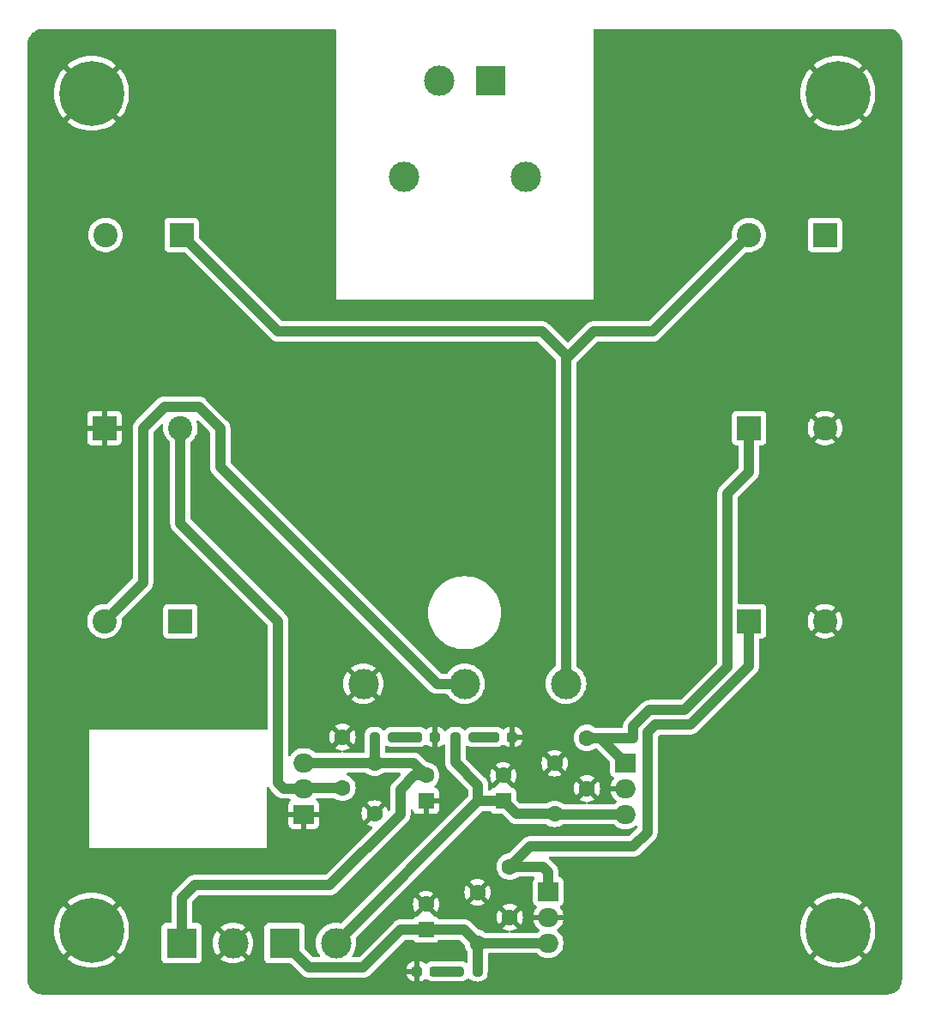
<source format=gtl>
G04 #@! TF.GenerationSoftware,KiCad,Pcbnew,7.0.9-7.0.9~ubuntu20.04.1*
G04 #@! TF.CreationDate,2023-12-22T19:52:21+01:00*
G04 #@! TF.ProjectId,kicad-trans_pwr,6b696361-642d-4747-9261-6e735f707772,1.0*
G04 #@! TF.SameCoordinates,Original*
G04 #@! TF.FileFunction,Copper,L1,Top*
G04 #@! TF.FilePolarity,Positive*
%FSLAX46Y46*%
G04 Gerber Fmt 4.6, Leading zero omitted, Abs format (unit mm)*
G04 Created by KiCad (PCBNEW 7.0.9-7.0.9~ubuntu20.04.1) date 2023-12-22 19:52:21*
%MOMM*%
%LPD*%
G01*
G04 APERTURE LIST*
G04 Aperture macros list*
%AMRoundRect*
0 Rectangle with rounded corners*
0 $1 Rounding radius*
0 $2 $3 $4 $5 $6 $7 $8 $9 X,Y pos of 4 corners*
0 Add a 4 corners polygon primitive as box body*
4,1,4,$2,$3,$4,$5,$6,$7,$8,$9,$2,$3,0*
0 Add four circle primitives for the rounded corners*
1,1,$1+$1,$2,$3*
1,1,$1+$1,$4,$5*
1,1,$1+$1,$6,$7*
1,1,$1+$1,$8,$9*
0 Add four rect primitives between the rounded corners*
20,1,$1+$1,$2,$3,$4,$5,0*
20,1,$1+$1,$4,$5,$6,$7,0*
20,1,$1+$1,$6,$7,$8,$9,0*
20,1,$1+$1,$8,$9,$2,$3,0*%
G04 Aperture macros list end*
G04 #@! TA.AperFunction,ComponentPad*
%ADD10C,6.400000*%
G04 #@! TD*
G04 #@! TA.AperFunction,ComponentPad*
%ADD11C,1.600000*%
G04 #@! TD*
G04 #@! TA.AperFunction,ComponentPad*
%ADD12R,2.400000X2.400000*%
G04 #@! TD*
G04 #@! TA.AperFunction,ComponentPad*
%ADD13C,2.400000*%
G04 #@! TD*
G04 #@! TA.AperFunction,SMDPad,CuDef*
%ADD14RoundRect,0.237500X-0.250000X-0.237500X0.250000X-0.237500X0.250000X0.237500X-0.250000X0.237500X0*%
G04 #@! TD*
G04 #@! TA.AperFunction,ComponentPad*
%ADD15R,2.000000X1.905000*%
G04 #@! TD*
G04 #@! TA.AperFunction,ComponentPad*
%ADD16C,4.900000*%
G04 #@! TD*
G04 #@! TA.AperFunction,ComponentPad*
%ADD17O,2.000000X1.905000*%
G04 #@! TD*
G04 #@! TA.AperFunction,SMDPad,CuDef*
%ADD18RoundRect,0.237500X0.287500X0.237500X-0.287500X0.237500X-0.287500X-0.237500X0.287500X-0.237500X0*%
G04 #@! TD*
G04 #@! TA.AperFunction,ComponentPad*
%ADD19R,3.000000X3.000000*%
G04 #@! TD*
G04 #@! TA.AperFunction,ComponentPad*
%ADD20C,3.000000*%
G04 #@! TD*
G04 #@! TA.AperFunction,SMDPad,CuDef*
%ADD21RoundRect,0.237500X0.250000X0.237500X-0.250000X0.237500X-0.250000X-0.237500X0.250000X-0.237500X0*%
G04 #@! TD*
G04 #@! TA.AperFunction,SMDPad,CuDef*
%ADD22RoundRect,0.237500X-0.287500X-0.237500X0.287500X-0.237500X0.287500X0.237500X-0.287500X0.237500X0*%
G04 #@! TD*
G04 #@! TA.AperFunction,ComponentPad*
%ADD23R,1.600000X1.600000*%
G04 #@! TD*
G04 #@! TA.AperFunction,Conductor*
%ADD24C,1.000000*%
G04 #@! TD*
G04 APERTURE END LIST*
D10*
X77470000Y-118110000D03*
D11*
X102235000Y-99060000D03*
X102235000Y-104060000D03*
D10*
X151130000Y-118110000D03*
D11*
X118745000Y-111840000D03*
X118745000Y-116840000D03*
D10*
X151130000Y-35560000D03*
D11*
X123190000Y-106640000D03*
X123190000Y-101640000D03*
D12*
X142360000Y-87630000D03*
D13*
X149860000Y-87630000D03*
D14*
X113387500Y-99060000D03*
X115212500Y-99060000D03*
D15*
X130175000Y-101600000D03*
D16*
X146835000Y-104140000D03*
D17*
X130175000Y-104140000D03*
X130175000Y-106680000D03*
D18*
X118985000Y-99060000D03*
X117235000Y-99060000D03*
D19*
X86360000Y-119380000D03*
D20*
X91440000Y-119380000D03*
D11*
X105410000Y-106600000D03*
X105410000Y-101600000D03*
D19*
X96520000Y-119380000D03*
D20*
X101600000Y-119380000D03*
D19*
X116840000Y-34290000D03*
D20*
X111760000Y-34290000D03*
D21*
X115570000Y-122174000D03*
X113745000Y-122174000D03*
D11*
X126365000Y-99140000D03*
X126365000Y-104140000D03*
D10*
X77470000Y-35560000D03*
D15*
X122555000Y-114300000D03*
D16*
X139215000Y-116840000D03*
D17*
X122555000Y-116840000D03*
X122555000Y-119380000D03*
D22*
X109615000Y-122174000D03*
X111365000Y-122174000D03*
D11*
X115570000Y-119380000D03*
X115570000Y-114380000D03*
D23*
X110490000Y-105345112D03*
D11*
X110490000Y-102845112D03*
D15*
X98425000Y-106680000D03*
D17*
X98425000Y-104140000D03*
X98425000Y-101600000D03*
D22*
X109615000Y-99060000D03*
X111365000Y-99060000D03*
D23*
X110490000Y-118045113D03*
D11*
X110490000Y-115545113D03*
D12*
X78740000Y-68580000D03*
D13*
X86240000Y-68580000D03*
D20*
X120300000Y-43800000D03*
X108300000Y-43800000D03*
X104300000Y-93800000D03*
X114300000Y-93800000D03*
X124300000Y-93800000D03*
D12*
X86360000Y-49530000D03*
D13*
X78860000Y-49530000D03*
D23*
X118110000Y-105345113D03*
D11*
X118110000Y-102845113D03*
D14*
X105410000Y-99060000D03*
X107235000Y-99060000D03*
D12*
X86240000Y-87630000D03*
D13*
X78740000Y-87630000D03*
D12*
X142360000Y-68580000D03*
D13*
X149860000Y-68580000D03*
D12*
X149860000Y-49530000D03*
D13*
X142360000Y-49530000D03*
D24*
X90170000Y-68580000D02*
X90170000Y-72390000D01*
X88070000Y-66480000D02*
X90170000Y-68580000D01*
X82550000Y-83820000D02*
X82550000Y-68580000D01*
X90170000Y-72390000D02*
X111580000Y-93800000D01*
X111580000Y-93800000D02*
X114300000Y-93800000D01*
X84650000Y-66480000D02*
X88070000Y-66480000D01*
X82550000Y-68580000D02*
X84650000Y-66480000D01*
X78740000Y-87630000D02*
X82550000Y-83820000D01*
X118745000Y-111840000D02*
X120730000Y-109855000D01*
X122555000Y-112395000D02*
X122000000Y-111840000D01*
X132334000Y-108458000D02*
X132334000Y-98606892D01*
X122555000Y-114300000D02*
X122555000Y-112395000D01*
X120730000Y-109855000D02*
X130937000Y-109855000D01*
X133142892Y-97798000D02*
X136591898Y-97798000D01*
X130937000Y-109855000D02*
X132334000Y-108458000D01*
X136591898Y-97798000D02*
X142360000Y-92029898D01*
X132334000Y-98606892D02*
X133142892Y-97798000D01*
X122000000Y-111840000D02*
X118745000Y-111840000D01*
X142360000Y-92029898D02*
X142360000Y-87630000D01*
X115570000Y-122174000D02*
X115570000Y-119380000D01*
X98920000Y-121780000D02*
X104280000Y-121780000D01*
X96520000Y-119380000D02*
X98920000Y-121780000D01*
X104280000Y-121780000D02*
X108014887Y-118045113D01*
X115570000Y-119380000D02*
X122555000Y-119380000D01*
X108014887Y-118045113D02*
X110490000Y-118045113D01*
X114235113Y-118045113D02*
X115570000Y-119380000D01*
X110490000Y-118045113D02*
X114235113Y-118045113D01*
X124300000Y-93800000D02*
X124300000Y-61435000D01*
X132835000Y-59055000D02*
X142360000Y-49530000D01*
X124300000Y-93800000D02*
X124300000Y-61755000D01*
X124300000Y-61435000D02*
X121920000Y-59055000D01*
X121920000Y-59055000D02*
X95885000Y-59055000D01*
X95885000Y-59055000D02*
X86360000Y-49530000D01*
X127000000Y-59055000D02*
X132835000Y-59055000D01*
X124300000Y-61755000D02*
X127000000Y-59055000D01*
X140260000Y-75005000D02*
X142360000Y-72905000D01*
X130934000Y-98026994D02*
X132562994Y-96398000D01*
X126365000Y-99140000D02*
X127715000Y-99140000D01*
X142360000Y-72905000D02*
X142360000Y-68580000D01*
X127715000Y-99140000D02*
X130175000Y-101600000D01*
X126365000Y-99140000D02*
X130934000Y-99140000D01*
X132562994Y-96398000D02*
X136012000Y-96398000D01*
X130934000Y-99140000D02*
X130934000Y-98026994D01*
X136012000Y-96398000D02*
X140260000Y-92150000D01*
X140260000Y-92150000D02*
X140260000Y-75005000D01*
X115634887Y-105345113D02*
X115634887Y-103823887D01*
X123230000Y-106680000D02*
X123190000Y-106640000D01*
X101600000Y-119380000D02*
X115634887Y-105345113D01*
X115634887Y-105345113D02*
X118110000Y-105345113D01*
X113387500Y-101576500D02*
X113387500Y-99060000D01*
X130175000Y-106680000D02*
X123230000Y-106680000D01*
X115634887Y-103823887D02*
X113387500Y-101576500D01*
X119404887Y-106640000D02*
X118110000Y-105345113D01*
X123190000Y-106640000D02*
X119404887Y-106640000D01*
X96425000Y-104140000D02*
X95885000Y-103600000D01*
X95885000Y-87630000D02*
X86240000Y-77985000D01*
X95885000Y-103600000D02*
X95885000Y-87630000D01*
X102235000Y-104060000D02*
X98505000Y-104060000D01*
X98505000Y-104060000D02*
X98425000Y-104140000D01*
X98425000Y-104140000D02*
X96425000Y-104140000D01*
X86240000Y-77985000D02*
X86240000Y-68580000D01*
X109244888Y-101600000D02*
X105410000Y-101600000D01*
X107950000Y-106680000D02*
X100965000Y-113665000D01*
X109358630Y-102845112D02*
X107950000Y-104253742D01*
X87630000Y-113665000D02*
X86360000Y-114935000D01*
X107950000Y-104253742D02*
X107950000Y-106680000D01*
X86360000Y-114935000D02*
X86360000Y-119380000D01*
X110490000Y-102845112D02*
X109244888Y-101600000D01*
X98425000Y-101600000D02*
X105410000Y-101600000D01*
X100965000Y-113665000D02*
X87630000Y-113665000D01*
X105410000Y-99060000D02*
X105410000Y-101600000D01*
X110490000Y-102845112D02*
X109358630Y-102845112D01*
X113745000Y-122174000D02*
X111365000Y-122174000D01*
X115212500Y-99060000D02*
X117235000Y-99060000D01*
X107235000Y-99060000D02*
X109615000Y-99060000D01*
G04 #@! TA.AperFunction,Conductor*
G36*
X116839859Y-106365298D02*
G01*
X116872085Y-106395300D01*
X116952454Y-106502659D01*
X116998643Y-106537236D01*
X117067664Y-106588906D01*
X117067671Y-106588910D01*
X117097411Y-106600002D01*
X117202517Y-106639204D01*
X117262127Y-106645613D01*
X117944216Y-106645612D01*
X118011255Y-106665296D01*
X118031897Y-106681931D01*
X118688453Y-107338487D01*
X118749825Y-107403050D01*
X118749828Y-107403053D01*
X118800168Y-107438092D01*
X118803930Y-107440928D01*
X118851474Y-107479694D01*
X118851477Y-107479695D01*
X118851480Y-107479698D01*
X118881932Y-107495604D01*
X118888645Y-107499672D01*
X118916838Y-107519295D01*
X118973216Y-107543489D01*
X118977465Y-107545507D01*
X119031838Y-107573909D01*
X119059376Y-107581788D01*
X119064861Y-107583358D01*
X119072255Y-107585990D01*
X119103829Y-107599540D01*
X119103832Y-107599540D01*
X119103833Y-107599541D01*
X119163909Y-107611887D01*
X119168487Y-107613010D01*
X119182388Y-107616987D01*
X119227469Y-107629887D01*
X119261726Y-107632495D01*
X119269501Y-107633586D01*
X119303142Y-107640500D01*
X119303146Y-107640500D01*
X119364486Y-107640500D01*
X119369192Y-107640678D01*
X119403950Y-107643325D01*
X119430363Y-107645337D01*
X119430363Y-107645336D01*
X119430364Y-107645337D01*
X119464447Y-107640996D01*
X119472277Y-107640500D01*
X122312412Y-107640500D01*
X122379451Y-107660185D01*
X122383523Y-107662917D01*
X122537266Y-107770568D01*
X122743504Y-107866739D01*
X122743509Y-107866740D01*
X122743511Y-107866741D01*
X122796415Y-107880916D01*
X122963308Y-107925635D01*
X123125230Y-107939801D01*
X123189998Y-107945468D01*
X123190000Y-107945468D01*
X123190002Y-107945468D01*
X123246673Y-107940509D01*
X123416692Y-107925635D01*
X123636496Y-107866739D01*
X123842734Y-107770568D01*
X123939339Y-107702924D01*
X124005545Y-107680598D01*
X124010462Y-107680500D01*
X129020606Y-107680500D01*
X129087645Y-107700185D01*
X129104587Y-107713268D01*
X129231990Y-107830551D01*
X129433578Y-107962255D01*
X129654095Y-108058983D01*
X129887524Y-108118095D01*
X130067400Y-108133000D01*
X130067402Y-108133000D01*
X130282598Y-108133000D01*
X130282600Y-108133000D01*
X130462476Y-108118095D01*
X130695905Y-108058983D01*
X130916422Y-107962255D01*
X131118010Y-107830551D01*
X131125517Y-107823639D01*
X131188171Y-107792718D01*
X131257598Y-107800578D01*
X131311753Y-107844725D01*
X131333444Y-107911143D01*
X131333500Y-107914870D01*
X131333500Y-107992217D01*
X131313815Y-108059256D01*
X131297181Y-108079898D01*
X130558899Y-108818181D01*
X130497576Y-108851666D01*
X130471218Y-108854500D01*
X120742717Y-108854500D01*
X120653637Y-108852243D01*
X120653628Y-108852243D01*
X120600636Y-108861741D01*
X120593254Y-108863064D01*
X120588595Y-108863718D01*
X120527564Y-108869925D01*
X120527562Y-108869926D01*
X120494780Y-108880210D01*
X120487156Y-108882081D01*
X120479308Y-108883488D01*
X120453349Y-108888141D01*
X120396381Y-108910895D01*
X120391945Y-108912474D01*
X120333414Y-108930840D01*
X120333410Y-108930842D01*
X120303378Y-108947510D01*
X120296284Y-108950879D01*
X120264382Y-108963623D01*
X120264377Y-108963625D01*
X120213156Y-108997381D01*
X120209128Y-108999822D01*
X120155501Y-109029588D01*
X120129434Y-109051965D01*
X120123165Y-109056692D01*
X120094484Y-109075595D01*
X120094478Y-109075600D01*
X120051109Y-109118968D01*
X120047655Y-109122169D01*
X120001102Y-109162136D01*
X119980076Y-109189298D01*
X119974885Y-109195192D01*
X118656966Y-110513111D01*
X118595643Y-110546596D01*
X118580095Y-110548958D01*
X118518307Y-110554365D01*
X118298511Y-110613258D01*
X118298502Y-110613261D01*
X118092267Y-110709431D01*
X118092265Y-110709432D01*
X117905858Y-110839954D01*
X117744954Y-111000858D01*
X117614432Y-111187265D01*
X117614431Y-111187267D01*
X117518261Y-111393502D01*
X117518258Y-111393511D01*
X117459366Y-111613302D01*
X117459364Y-111613313D01*
X117439532Y-111839998D01*
X117439532Y-111840001D01*
X117459364Y-112066686D01*
X117459366Y-112066697D01*
X117518258Y-112286488D01*
X117518261Y-112286497D01*
X117614431Y-112492732D01*
X117614432Y-112492734D01*
X117744954Y-112679141D01*
X117905858Y-112840045D01*
X117905861Y-112840047D01*
X118092266Y-112970568D01*
X118298504Y-113066739D01*
X118298509Y-113066740D01*
X118298511Y-113066741D01*
X118351415Y-113080916D01*
X118518308Y-113125635D01*
X118680230Y-113139801D01*
X118744998Y-113145468D01*
X118745000Y-113145468D01*
X118745002Y-113145468D01*
X118801673Y-113140509D01*
X118971692Y-113125635D01*
X119191496Y-113066739D01*
X119397734Y-112970568D01*
X119551465Y-112862924D01*
X119617671Y-112840598D01*
X119622588Y-112840500D01*
X121061613Y-112840500D01*
X121128652Y-112860185D01*
X121174407Y-112912989D01*
X121184351Y-112982147D01*
X121160879Y-113038811D01*
X121111206Y-113105164D01*
X121111202Y-113105171D01*
X121060908Y-113240017D01*
X121054501Y-113299616D01*
X121054501Y-113299623D01*
X121054500Y-113299635D01*
X121054500Y-115300370D01*
X121054501Y-115300376D01*
X121060908Y-115359983D01*
X121111202Y-115494828D01*
X121111206Y-115494835D01*
X121197452Y-115610044D01*
X121197455Y-115610047D01*
X121312664Y-115696293D01*
X121312671Y-115696297D01*
X121312674Y-115696298D01*
X121343802Y-115707907D01*
X121399736Y-115749777D01*
X121424155Y-115815241D01*
X121409305Y-115883514D01*
X121398325Y-115900252D01*
X121287345Y-116042838D01*
X121287344Y-116042840D01*
X121172784Y-116254531D01*
X121172778Y-116254545D01*
X121094619Y-116482208D01*
X121076633Y-116589999D01*
X121076634Y-116590000D01*
X122060148Y-116590000D01*
X122011441Y-116727047D01*
X122001123Y-116877886D01*
X122031884Y-117025915D01*
X122065090Y-117090000D01*
X121076633Y-117090000D01*
X121094619Y-117197791D01*
X121172778Y-117425454D01*
X121172784Y-117425468D01*
X121287344Y-117637159D01*
X121287350Y-117637168D01*
X121435193Y-117827116D01*
X121435202Y-117827126D01*
X121612297Y-117990154D01*
X121612296Y-117990154D01*
X121636385Y-118005892D01*
X121681742Y-118059038D01*
X121691166Y-118128269D01*
X121661664Y-118191605D01*
X121636389Y-118213507D01*
X121611994Y-118229446D01*
X121611988Y-118229450D01*
X121484589Y-118346730D01*
X121421934Y-118377652D01*
X121400606Y-118379500D01*
X118904332Y-118379500D01*
X118837293Y-118359815D01*
X118791538Y-118307011D01*
X118781594Y-118237853D01*
X118810619Y-118174297D01*
X118869397Y-118136523D01*
X118893525Y-118131972D01*
X118971599Y-118125141D01*
X118971610Y-118125139D01*
X119191317Y-118066269D01*
X119191331Y-118066264D01*
X119397478Y-117970136D01*
X119470472Y-117919025D01*
X118789401Y-117237953D01*
X118870148Y-117225165D01*
X118983045Y-117167641D01*
X119072641Y-117078045D01*
X119130165Y-116965148D01*
X119142953Y-116884400D01*
X119824025Y-117565472D01*
X119875136Y-117492478D01*
X119971264Y-117286331D01*
X119971269Y-117286317D01*
X120030139Y-117066610D01*
X120030141Y-117066599D01*
X120049966Y-116840002D01*
X120049966Y-116839997D01*
X120030141Y-116613400D01*
X120030139Y-116613389D01*
X119971269Y-116393682D01*
X119971265Y-116393673D01*
X119875133Y-116187516D01*
X119875131Y-116187512D01*
X119824026Y-116114526D01*
X119824025Y-116114526D01*
X119142953Y-116795598D01*
X119130165Y-116714852D01*
X119072641Y-116601955D01*
X118983045Y-116512359D01*
X118870148Y-116454835D01*
X118789400Y-116442046D01*
X119470472Y-115760974D01*
X119470471Y-115760973D01*
X119397483Y-115709866D01*
X119397481Y-115709865D01*
X119191326Y-115613734D01*
X119191317Y-115613730D01*
X118971610Y-115554860D01*
X118971599Y-115554858D01*
X118745002Y-115535034D01*
X118744998Y-115535034D01*
X118518400Y-115554858D01*
X118518389Y-115554860D01*
X118298682Y-115613730D01*
X118298673Y-115613734D01*
X118092513Y-115709868D01*
X118019527Y-115760972D01*
X118019526Y-115760973D01*
X118700600Y-116442046D01*
X118619852Y-116454835D01*
X118506955Y-116512359D01*
X118417359Y-116601955D01*
X118359835Y-116714852D01*
X118347046Y-116795599D01*
X117665973Y-116114526D01*
X117665972Y-116114527D01*
X117614868Y-116187513D01*
X117518734Y-116393673D01*
X117518730Y-116393682D01*
X117459860Y-116613389D01*
X117459858Y-116613400D01*
X117440034Y-116839997D01*
X117440034Y-116840002D01*
X117459858Y-117066599D01*
X117459860Y-117066610D01*
X117518730Y-117286317D01*
X117518734Y-117286326D01*
X117614865Y-117492481D01*
X117614866Y-117492483D01*
X117665973Y-117565471D01*
X117665974Y-117565472D01*
X118347046Y-116884399D01*
X118359835Y-116965148D01*
X118417359Y-117078045D01*
X118506955Y-117167641D01*
X118619852Y-117225165D01*
X118700599Y-117237953D01*
X118019526Y-117919025D01*
X118019526Y-117919026D01*
X118092512Y-117970131D01*
X118092516Y-117970133D01*
X118298673Y-118066265D01*
X118298682Y-118066269D01*
X118518389Y-118125139D01*
X118518400Y-118125141D01*
X118596475Y-118131972D01*
X118661544Y-118157424D01*
X118702523Y-118214015D01*
X118706401Y-118283777D01*
X118671947Y-118344561D01*
X118610100Y-118377069D01*
X118585668Y-118379500D01*
X116447588Y-118379500D01*
X116380549Y-118359815D01*
X116376465Y-118357075D01*
X116222734Y-118249432D01*
X116222732Y-118249431D01*
X116016497Y-118153261D01*
X116016488Y-118153258D01*
X115796697Y-118094366D01*
X115796688Y-118094364D01*
X115734903Y-118088958D01*
X115669835Y-118063504D01*
X115658032Y-118053111D01*
X114951564Y-117346644D01*
X114890174Y-117282062D01*
X114890173Y-117282061D01*
X114890172Y-117282060D01*
X114852012Y-117255500D01*
X114839822Y-117247015D01*
X114836059Y-117244177D01*
X114788526Y-117205418D01*
X114788519Y-117205413D01*
X114758072Y-117189510D01*
X114751364Y-117185447D01*
X114723162Y-117165818D01*
X114723159Y-117165816D01*
X114723158Y-117165816D01*
X114723154Y-117165814D01*
X114666793Y-117141627D01*
X114662537Y-117139606D01*
X114608170Y-117111207D01*
X114608163Y-117111204D01*
X114608162Y-117111204D01*
X114602121Y-117109475D01*
X114575143Y-117101755D01*
X114567743Y-117099121D01*
X114536170Y-117085572D01*
X114536171Y-117085572D01*
X114476079Y-117073222D01*
X114471504Y-117072099D01*
X114412533Y-117055226D01*
X114412538Y-117055226D01*
X114378271Y-117052616D01*
X114370493Y-117051525D01*
X114336855Y-117044613D01*
X114336854Y-117044613D01*
X114275515Y-117044613D01*
X114270808Y-117044434D01*
X114265234Y-117044009D01*
X114209637Y-117039775D01*
X114189702Y-117042314D01*
X114175553Y-117044116D01*
X114167724Y-117044613D01*
X111827180Y-117044613D01*
X111760141Y-117024928D01*
X111727913Y-116994924D01*
X111647546Y-116887567D01*
X111624709Y-116870471D01*
X111532335Y-116801319D01*
X111532328Y-116801315D01*
X111397482Y-116751021D01*
X111397483Y-116751021D01*
X111337883Y-116744614D01*
X111337881Y-116744613D01*
X111337873Y-116744613D01*
X111337864Y-116744613D01*
X111334548Y-116744435D01*
X111334627Y-116742960D01*
X111273215Y-116724928D01*
X111227460Y-116672124D01*
X111219969Y-116628635D01*
X110534401Y-115943066D01*
X110615148Y-115930278D01*
X110728045Y-115872754D01*
X110817641Y-115783158D01*
X110875165Y-115670261D01*
X110887953Y-115589513D01*
X111569025Y-116270585D01*
X111620136Y-116197591D01*
X111716264Y-115991444D01*
X111716269Y-115991430D01*
X111775139Y-115771723D01*
X111775141Y-115771712D01*
X111794966Y-115545115D01*
X111794966Y-115545110D01*
X111775141Y-115318513D01*
X111775139Y-115318502D01*
X111716269Y-115098795D01*
X111716265Y-115098786D01*
X111620133Y-114892629D01*
X111620131Y-114892625D01*
X111569026Y-114819639D01*
X111569025Y-114819639D01*
X110887953Y-115500711D01*
X110875165Y-115419965D01*
X110817641Y-115307068D01*
X110728045Y-115217472D01*
X110615148Y-115159948D01*
X110534400Y-115147159D01*
X111215472Y-114466087D01*
X111215471Y-114466086D01*
X111142483Y-114414979D01*
X111142481Y-114414978D01*
X111067474Y-114380002D01*
X114265034Y-114380002D01*
X114284858Y-114606599D01*
X114284860Y-114606610D01*
X114343730Y-114826317D01*
X114343734Y-114826326D01*
X114439865Y-115032481D01*
X114439866Y-115032483D01*
X114490973Y-115105471D01*
X114490974Y-115105472D01*
X115172046Y-114424399D01*
X115184835Y-114505148D01*
X115242359Y-114618045D01*
X115331955Y-114707641D01*
X115444852Y-114765165D01*
X115525599Y-114777953D01*
X114844526Y-115459025D01*
X114844526Y-115459026D01*
X114917512Y-115510131D01*
X114917516Y-115510133D01*
X115123673Y-115606265D01*
X115123682Y-115606269D01*
X115343389Y-115665139D01*
X115343400Y-115665141D01*
X115569998Y-115684966D01*
X115570002Y-115684966D01*
X115796599Y-115665141D01*
X115796610Y-115665139D01*
X116016317Y-115606269D01*
X116016331Y-115606264D01*
X116222478Y-115510136D01*
X116295472Y-115459025D01*
X115614401Y-114777953D01*
X115695148Y-114765165D01*
X115808045Y-114707641D01*
X115897641Y-114618045D01*
X115955165Y-114505148D01*
X115967953Y-114424400D01*
X116649025Y-115105472D01*
X116700136Y-115032478D01*
X116796264Y-114826331D01*
X116796269Y-114826317D01*
X116855139Y-114606610D01*
X116855141Y-114606599D01*
X116874966Y-114380002D01*
X116874966Y-114379997D01*
X116855141Y-114153400D01*
X116855139Y-114153389D01*
X116796269Y-113933682D01*
X116796265Y-113933673D01*
X116700133Y-113727516D01*
X116700131Y-113727512D01*
X116649026Y-113654526D01*
X116649025Y-113654526D01*
X115967953Y-114335598D01*
X115955165Y-114254852D01*
X115897641Y-114141955D01*
X115808045Y-114052359D01*
X115695148Y-113994835D01*
X115614400Y-113982046D01*
X116295472Y-113300974D01*
X116295471Y-113300973D01*
X116222483Y-113249866D01*
X116222481Y-113249865D01*
X116016326Y-113153734D01*
X116016317Y-113153730D01*
X115796610Y-113094860D01*
X115796599Y-113094858D01*
X115570002Y-113075034D01*
X115569998Y-113075034D01*
X115343400Y-113094858D01*
X115343389Y-113094860D01*
X115123682Y-113153730D01*
X115123673Y-113153734D01*
X114917513Y-113249868D01*
X114844527Y-113300972D01*
X114844526Y-113300973D01*
X115525600Y-113982046D01*
X115444852Y-113994835D01*
X115331955Y-114052359D01*
X115242359Y-114141955D01*
X115184835Y-114254852D01*
X115172046Y-114335599D01*
X114490973Y-113654526D01*
X114490972Y-113654527D01*
X114439868Y-113727513D01*
X114343734Y-113933673D01*
X114343730Y-113933682D01*
X114284860Y-114153389D01*
X114284858Y-114153400D01*
X114265034Y-114379997D01*
X114265034Y-114380002D01*
X111067474Y-114380002D01*
X110936326Y-114318847D01*
X110936317Y-114318843D01*
X110716610Y-114259973D01*
X110716599Y-114259971D01*
X110490002Y-114240147D01*
X110489998Y-114240147D01*
X110263400Y-114259971D01*
X110263389Y-114259973D01*
X110043682Y-114318843D01*
X110043673Y-114318847D01*
X109837513Y-114414981D01*
X109764527Y-114466085D01*
X109764526Y-114466086D01*
X110445600Y-115147159D01*
X110364852Y-115159948D01*
X110251955Y-115217472D01*
X110162359Y-115307068D01*
X110104835Y-115419965D01*
X110092046Y-115500712D01*
X109410973Y-114819639D01*
X109410972Y-114819640D01*
X109359868Y-114892626D01*
X109263734Y-115098786D01*
X109263730Y-115098795D01*
X109204860Y-115318502D01*
X109204858Y-115318513D01*
X109185034Y-115545110D01*
X109185034Y-115545115D01*
X109204858Y-115771712D01*
X109204860Y-115771723D01*
X109263730Y-115991430D01*
X109263734Y-115991439D01*
X109359865Y-116197594D01*
X109359866Y-116197596D01*
X109410973Y-116270584D01*
X109410974Y-116270585D01*
X110092046Y-115589512D01*
X110104835Y-115670261D01*
X110162359Y-115783158D01*
X110251955Y-115872754D01*
X110364852Y-115930278D01*
X110445599Y-115943066D01*
X109759351Y-116629313D01*
X109749505Y-116678307D01*
X109700889Y-116728489D01*
X109645367Y-116743161D01*
X109645423Y-116744212D01*
X109645429Y-116744259D01*
X109645426Y-116744259D01*
X109645436Y-116744437D01*
X109642123Y-116744614D01*
X109582516Y-116751021D01*
X109447671Y-116801315D01*
X109447664Y-116801319D01*
X109332456Y-116887565D01*
X109332455Y-116887566D01*
X109332454Y-116887567D01*
X109252087Y-116994924D01*
X109196153Y-117036795D01*
X109152820Y-117044613D01*
X108027604Y-117044613D01*
X107938524Y-117042356D01*
X107938515Y-117042356D01*
X107887363Y-117051525D01*
X107878141Y-117053177D01*
X107873482Y-117053831D01*
X107812451Y-117060038D01*
X107812449Y-117060039D01*
X107779667Y-117070323D01*
X107772043Y-117072194D01*
X107768944Y-117072750D01*
X107738236Y-117078254D01*
X107738228Y-117078256D01*
X107681269Y-117101008D01*
X107676833Y-117102587D01*
X107618302Y-117120953D01*
X107618299Y-117120954D01*
X107618297Y-117120955D01*
X107618290Y-117120958D01*
X107588271Y-117137620D01*
X107581177Y-117140989D01*
X107549277Y-117153732D01*
X107549275Y-117153732D01*
X107549270Y-117153735D01*
X107549264Y-117153739D01*
X107498041Y-117187496D01*
X107494013Y-117189937D01*
X107440389Y-117219701D01*
X107440386Y-117219703D01*
X107414314Y-117242083D01*
X107408047Y-117246808D01*
X107379369Y-117265711D01*
X107379362Y-117265716D01*
X107336003Y-117309075D01*
X107332548Y-117312277D01*
X107285993Y-117352245D01*
X107285992Y-117352246D01*
X107264963Y-117379413D01*
X107259771Y-117385307D01*
X103901899Y-120743181D01*
X103840576Y-120776666D01*
X103814218Y-120779500D01*
X103299002Y-120779500D01*
X103231963Y-120759815D01*
X103186208Y-120707011D01*
X103176264Y-120637853D01*
X103199735Y-120581190D01*
X103257144Y-120504500D01*
X103287226Y-120464315D01*
X103424367Y-120213161D01*
X103524369Y-119945046D01*
X103585196Y-119665428D01*
X103605610Y-119380000D01*
X103603150Y-119345611D01*
X103595945Y-119244870D01*
X103585196Y-119094572D01*
X103548694Y-118926777D01*
X103553678Y-118857088D01*
X103582177Y-118812742D01*
X116012989Y-106381932D01*
X116074312Y-106348447D01*
X116100670Y-106345613D01*
X116772820Y-106345613D01*
X116839859Y-106365298D01*
G37*
G04 #@! TD.AperFunction*
G04 #@! TA.AperFunction,Conductor*
G36*
X101543039Y-29230185D02*
G01*
X101588794Y-29282989D01*
X101600000Y-29334500D01*
X101600000Y-55880000D01*
X127000000Y-55880000D01*
X127000000Y-35560000D01*
X147424922Y-35560000D01*
X147445219Y-35947287D01*
X147505886Y-36330323D01*
X147505887Y-36330330D01*
X147606262Y-36704936D01*
X147745244Y-37066994D01*
X147921310Y-37412543D01*
X148132531Y-37737793D01*
X148341095Y-37995350D01*
X148341096Y-37995350D01*
X149832266Y-36504180D01*
X149995130Y-36694870D01*
X150185819Y-36857733D01*
X148694648Y-38348903D01*
X148694649Y-38348904D01*
X148952206Y-38557468D01*
X149277456Y-38768689D01*
X149623005Y-38944755D01*
X149985063Y-39083737D01*
X150359669Y-39184112D01*
X150359676Y-39184113D01*
X150742712Y-39244780D01*
X151129999Y-39265078D01*
X151130001Y-39265078D01*
X151517287Y-39244780D01*
X151900323Y-39184113D01*
X151900330Y-39184112D01*
X152274936Y-39083737D01*
X152636994Y-38944755D01*
X152982543Y-38768689D01*
X153307783Y-38557476D01*
X153307785Y-38557475D01*
X153565349Y-38348902D01*
X152074180Y-36857733D01*
X152264870Y-36694870D01*
X152427733Y-36504180D01*
X153918902Y-37995349D01*
X154127475Y-37737785D01*
X154127476Y-37737783D01*
X154338689Y-37412543D01*
X154514755Y-37066994D01*
X154653737Y-36704936D01*
X154754112Y-36330330D01*
X154754113Y-36330323D01*
X154814780Y-35947287D01*
X154835078Y-35560000D01*
X154835078Y-35559999D01*
X154814780Y-35172712D01*
X154754113Y-34789676D01*
X154754112Y-34789669D01*
X154653737Y-34415063D01*
X154514755Y-34053005D01*
X154338689Y-33707456D01*
X154127468Y-33382206D01*
X153918904Y-33124649D01*
X153918903Y-33124648D01*
X152427732Y-34615818D01*
X152264870Y-34425130D01*
X152074180Y-34262266D01*
X153565350Y-32771096D01*
X153565350Y-32771095D01*
X153307793Y-32562531D01*
X152982543Y-32351310D01*
X152636994Y-32175244D01*
X152274936Y-32036262D01*
X151900330Y-31935887D01*
X151900323Y-31935886D01*
X151517287Y-31875219D01*
X151130001Y-31854922D01*
X151129999Y-31854922D01*
X150742712Y-31875219D01*
X150359676Y-31935886D01*
X150359669Y-31935887D01*
X149985063Y-32036262D01*
X149623005Y-32175244D01*
X149277456Y-32351310D01*
X148952206Y-32562531D01*
X148694648Y-32771095D01*
X148694648Y-32771096D01*
X150185819Y-34262266D01*
X149995130Y-34425130D01*
X149832266Y-34615818D01*
X148341096Y-33124648D01*
X148341095Y-33124648D01*
X148132531Y-33382206D01*
X147921310Y-33707456D01*
X147745244Y-34053005D01*
X147606262Y-34415063D01*
X147505887Y-34789669D01*
X147505886Y-34789676D01*
X147445219Y-35172712D01*
X147424922Y-35559999D01*
X147424922Y-35560000D01*
X127000000Y-35560000D01*
X127000000Y-29334500D01*
X127019685Y-29267461D01*
X127072489Y-29221706D01*
X127124000Y-29210500D01*
X156207562Y-29210500D01*
X156212426Y-29210690D01*
X156266977Y-29214984D01*
X156407579Y-29227285D01*
X156425696Y-29230235D01*
X156506020Y-29249520D01*
X156551511Y-29261709D01*
X156616713Y-29279181D01*
X156624400Y-29281790D01*
X156661685Y-29297233D01*
X156710959Y-29317643D01*
X156804733Y-29361371D01*
X156809955Y-29363806D01*
X156816154Y-29367136D01*
X156896778Y-29416543D01*
X156899926Y-29418608D01*
X156986606Y-29479302D01*
X156991285Y-29482924D01*
X157063840Y-29544892D01*
X157067389Y-29548173D01*
X157141824Y-29622608D01*
X157145109Y-29626162D01*
X157207070Y-29698708D01*
X157210707Y-29703406D01*
X157271385Y-29790064D01*
X157273462Y-29793231D01*
X157322862Y-29873845D01*
X157326192Y-29880042D01*
X157372358Y-29979043D01*
X157408208Y-30065598D01*
X157410817Y-30073284D01*
X157440485Y-30184002D01*
X157459760Y-30264290D01*
X157462714Y-30282429D01*
X157475020Y-30423083D01*
X157479309Y-30477575D01*
X157479500Y-30482441D01*
X157479500Y-122933783D01*
X157479342Y-122938208D01*
X157474519Y-123005631D01*
X157462666Y-123156229D01*
X157461439Y-123164552D01*
X157440573Y-123260474D01*
X157412039Y-123379321D01*
X157409841Y-123386519D01*
X157373423Y-123484165D01*
X157328627Y-123592308D01*
X157325761Y-123598297D01*
X157275306Y-123690702D01*
X157273753Y-123693384D01*
X157214273Y-123790448D01*
X157211041Y-123795211D01*
X157147390Y-123880238D01*
X157144901Y-123883349D01*
X157071487Y-123969305D01*
X157068181Y-123972881D01*
X156992881Y-124048181D01*
X156989305Y-124051487D01*
X156903349Y-124124901D01*
X156900238Y-124127390D01*
X156815211Y-124191041D01*
X156810448Y-124194273D01*
X156713384Y-124253753D01*
X156710702Y-124255306D01*
X156618297Y-124305761D01*
X156612308Y-124308627D01*
X156504165Y-124353423D01*
X156406519Y-124389841D01*
X156399321Y-124392039D01*
X156280474Y-124420573D01*
X156184552Y-124441439D01*
X156176229Y-124442666D01*
X156025631Y-124454519D01*
X155958209Y-124459342D01*
X155953784Y-124459500D01*
X72646216Y-124459500D01*
X72641791Y-124459342D01*
X72574368Y-124454519D01*
X72423769Y-124442666D01*
X72415446Y-124441439D01*
X72319525Y-124420573D01*
X72200677Y-124392039D01*
X72193479Y-124389841D01*
X72095834Y-124353423D01*
X71987690Y-124308627D01*
X71981701Y-124305761D01*
X71889296Y-124255306D01*
X71886614Y-124253753D01*
X71879217Y-124249220D01*
X71789536Y-124194264D01*
X71784805Y-124191053D01*
X71699738Y-124127373D01*
X71696657Y-124124908D01*
X71610693Y-124051487D01*
X71607117Y-124048181D01*
X71531817Y-123972881D01*
X71528511Y-123969305D01*
X71455085Y-123883334D01*
X71452632Y-123880268D01*
X71388939Y-123795185D01*
X71385741Y-123790472D01*
X71326232Y-123693363D01*
X71324708Y-123690730D01*
X71298934Y-123643528D01*
X71274237Y-123598297D01*
X71271371Y-123592307D01*
X71250742Y-123542505D01*
X71226582Y-123484181D01*
X71203515Y-123422335D01*
X71190157Y-123386519D01*
X71187959Y-123379320D01*
X71159426Y-123260474D01*
X71138560Y-123164552D01*
X71137332Y-123156228D01*
X71137114Y-123153458D01*
X71125487Y-123005728D01*
X71120658Y-122938208D01*
X71120500Y-122933785D01*
X71120500Y-118110000D01*
X73764922Y-118110000D01*
X73785219Y-118497287D01*
X73845886Y-118880323D01*
X73845887Y-118880330D01*
X73946262Y-119254936D01*
X74085244Y-119616994D01*
X74261310Y-119962543D01*
X74472531Y-120287793D01*
X74681095Y-120545350D01*
X74681096Y-120545350D01*
X76172266Y-119054180D01*
X76335130Y-119244870D01*
X76525819Y-119407733D01*
X75034648Y-120898903D01*
X75034649Y-120898904D01*
X75292206Y-121107468D01*
X75617456Y-121318689D01*
X75963005Y-121494755D01*
X76325063Y-121633737D01*
X76699669Y-121734112D01*
X76699676Y-121734113D01*
X77082712Y-121794780D01*
X77469999Y-121815078D01*
X77470001Y-121815078D01*
X77857287Y-121794780D01*
X78240323Y-121734113D01*
X78240330Y-121734112D01*
X78614936Y-121633737D01*
X78976994Y-121494755D01*
X79322543Y-121318689D01*
X79647783Y-121107476D01*
X79647785Y-121107475D01*
X79905349Y-120898902D01*
X78414180Y-119407733D01*
X78604870Y-119244870D01*
X78767733Y-119054180D01*
X80258902Y-120545349D01*
X80467475Y-120287785D01*
X80467476Y-120287783D01*
X80678689Y-119962543D01*
X80854755Y-119616994D01*
X80993737Y-119254936D01*
X81094112Y-118880330D01*
X81094113Y-118880323D01*
X81154780Y-118497287D01*
X81175078Y-118110000D01*
X81175078Y-118109999D01*
X81154780Y-117722712D01*
X81094113Y-117339676D01*
X81094112Y-117339669D01*
X80993737Y-116965063D01*
X80854755Y-116603005D01*
X80678689Y-116257456D01*
X80467468Y-115932206D01*
X80258904Y-115674649D01*
X80258903Y-115674648D01*
X78767732Y-117165818D01*
X78604870Y-116975130D01*
X78414180Y-116812266D01*
X79905350Y-115321096D01*
X79905350Y-115321095D01*
X79647793Y-115112531D01*
X79322543Y-114901310D01*
X78976994Y-114725244D01*
X78614936Y-114586262D01*
X78240330Y-114485887D01*
X78240323Y-114485886D01*
X77857287Y-114425219D01*
X77470001Y-114404922D01*
X77469999Y-114404922D01*
X77082712Y-114425219D01*
X76699676Y-114485886D01*
X76699669Y-114485887D01*
X76325063Y-114586262D01*
X75963005Y-114725244D01*
X75617456Y-114901310D01*
X75292206Y-115112531D01*
X75034648Y-115321095D01*
X75034648Y-115321096D01*
X76525819Y-116812266D01*
X76335130Y-116975130D01*
X76172266Y-117165818D01*
X74681096Y-115674648D01*
X74681095Y-115674648D01*
X74472531Y-115932206D01*
X74261310Y-116257456D01*
X74085244Y-116603005D01*
X73946262Y-116965063D01*
X73845887Y-117339669D01*
X73845886Y-117339676D01*
X73785219Y-117722712D01*
X73764922Y-118109999D01*
X73764922Y-118110000D01*
X71120500Y-118110000D01*
X71120500Y-87630004D01*
X77034732Y-87630004D01*
X77053777Y-87884154D01*
X77076464Y-87983553D01*
X77110492Y-88132637D01*
X77203607Y-88369888D01*
X77331041Y-88590612D01*
X77489950Y-88789877D01*
X77676783Y-88963232D01*
X77887366Y-89106805D01*
X77887371Y-89106807D01*
X77887372Y-89106808D01*
X77887373Y-89106809D01*
X78009328Y-89165538D01*
X78116992Y-89217387D01*
X78116993Y-89217387D01*
X78116996Y-89217389D01*
X78360542Y-89292513D01*
X78612565Y-89330500D01*
X78867435Y-89330500D01*
X79119458Y-89292513D01*
X79363004Y-89217389D01*
X79592634Y-89106805D01*
X79803217Y-88963232D01*
X79895216Y-88877870D01*
X84539500Y-88877870D01*
X84539501Y-88877876D01*
X84545908Y-88937483D01*
X84596202Y-89072328D01*
X84596206Y-89072335D01*
X84682452Y-89187544D01*
X84682455Y-89187547D01*
X84797664Y-89273793D01*
X84797671Y-89273797D01*
X84932517Y-89324091D01*
X84932516Y-89324091D01*
X84939444Y-89324835D01*
X84992127Y-89330500D01*
X87487872Y-89330499D01*
X87547483Y-89324091D01*
X87682331Y-89273796D01*
X87797546Y-89187546D01*
X87883796Y-89072331D01*
X87934091Y-88937483D01*
X87940500Y-88877873D01*
X87940499Y-86382128D01*
X87934091Y-86322517D01*
X87924487Y-86296768D01*
X87883797Y-86187671D01*
X87883793Y-86187664D01*
X87797547Y-86072455D01*
X87797544Y-86072452D01*
X87682335Y-85986206D01*
X87682328Y-85986202D01*
X87547482Y-85935908D01*
X87547483Y-85935908D01*
X87487883Y-85929501D01*
X87487881Y-85929500D01*
X87487873Y-85929500D01*
X87487864Y-85929500D01*
X84992129Y-85929500D01*
X84992123Y-85929501D01*
X84932516Y-85935908D01*
X84797671Y-85986202D01*
X84797664Y-85986206D01*
X84682455Y-86072452D01*
X84682452Y-86072455D01*
X84596206Y-86187664D01*
X84596202Y-86187671D01*
X84545908Y-86322517D01*
X84539501Y-86382116D01*
X84539501Y-86382123D01*
X84539500Y-86382135D01*
X84539500Y-88877870D01*
X79895216Y-88877870D01*
X79990050Y-88789877D01*
X80148959Y-88590612D01*
X80276393Y-88369888D01*
X80369508Y-88132637D01*
X80426222Y-87884157D01*
X80445268Y-87630000D01*
X80434671Y-87488587D01*
X80429278Y-87416616D01*
X80443898Y-87348293D01*
X80465247Y-87319672D01*
X83248487Y-84536433D01*
X83313053Y-84475059D01*
X83348112Y-84424686D01*
X83350925Y-84420957D01*
X83389698Y-84373407D01*
X83405607Y-84342948D01*
X83409667Y-84336248D01*
X83429295Y-84308049D01*
X83453492Y-84251660D01*
X83455498Y-84247435D01*
X83483909Y-84193049D01*
X83493360Y-84160015D01*
X83495991Y-84152628D01*
X83509540Y-84121058D01*
X83521893Y-84060940D01*
X83523006Y-84056412D01*
X83539887Y-83997418D01*
X83542495Y-83963155D01*
X83543587Y-83955376D01*
X83550500Y-83921739D01*
X83550500Y-83860401D01*
X83550679Y-83855692D01*
X83555337Y-83794525D01*
X83550997Y-83760441D01*
X83550500Y-83752602D01*
X83550500Y-69045782D01*
X83570185Y-68978743D01*
X83586814Y-68958105D01*
X84348417Y-68196502D01*
X84409738Y-68163019D01*
X84479429Y-68168003D01*
X84535363Y-68209875D01*
X84559780Y-68275339D01*
X84556988Y-68311773D01*
X84553777Y-68325841D01*
X84553777Y-68325844D01*
X84534732Y-68579995D01*
X84534732Y-68580004D01*
X84553777Y-68834154D01*
X84586778Y-68978743D01*
X84610492Y-69082637D01*
X84703607Y-69319888D01*
X84831041Y-69540612D01*
X84989950Y-69739877D01*
X84989955Y-69739881D01*
X84989958Y-69739885D01*
X85176774Y-69913225D01*
X85176779Y-69913228D01*
X85176783Y-69913232D01*
X85185351Y-69919073D01*
X85229652Y-69973099D01*
X85239500Y-70021527D01*
X85239500Y-77972283D01*
X85237243Y-78061362D01*
X85237243Y-78061370D01*
X85248064Y-78121739D01*
X85248718Y-78126404D01*
X85254925Y-78187430D01*
X85254927Y-78187444D01*
X85265208Y-78220213D01*
X85267079Y-78227837D01*
X85273142Y-78261652D01*
X85273142Y-78261655D01*
X85295894Y-78318612D01*
X85297474Y-78323051D01*
X85315841Y-78381588D01*
X85315844Y-78381595D01*
X85332509Y-78411619D01*
X85335879Y-78418714D01*
X85348622Y-78450614D01*
X85348627Y-78450624D01*
X85382377Y-78501833D01*
X85384818Y-78505863D01*
X85414588Y-78559498D01*
X85414589Y-78559499D01*
X85414591Y-78559502D01*
X85436968Y-78585567D01*
X85441693Y-78591835D01*
X85454263Y-78610906D01*
X85460598Y-78620519D01*
X85503978Y-78663899D01*
X85507169Y-78667343D01*
X85547131Y-78713892D01*
X85547130Y-78713892D01*
X85574299Y-78734923D01*
X85580186Y-78740107D01*
X90245660Y-83405580D01*
X94848181Y-88008101D01*
X94881666Y-88069424D01*
X94884500Y-88095782D01*
X94884500Y-98174000D01*
X94864815Y-98241039D01*
X94812011Y-98286794D01*
X94760500Y-98298000D01*
X94742000Y-98298000D01*
X77216000Y-98298000D01*
X77216000Y-109982000D01*
X94742000Y-109982000D01*
X94742000Y-104081228D01*
X94761685Y-104014189D01*
X94814489Y-103968434D01*
X94883647Y-103958490D01*
X94947203Y-103987515D01*
X94974429Y-104021069D01*
X94977516Y-104026632D01*
X94980881Y-104033719D01*
X94985233Y-104044613D01*
X94991378Y-104059998D01*
X94993622Y-104065614D01*
X94993627Y-104065624D01*
X95027377Y-104116833D01*
X95029818Y-104120863D01*
X95059588Y-104174498D01*
X95059589Y-104174499D01*
X95059591Y-104174502D01*
X95081968Y-104200567D01*
X95086693Y-104206835D01*
X95095774Y-104220613D01*
X95105598Y-104235519D01*
X95148978Y-104278899D01*
X95152169Y-104282343D01*
X95192131Y-104328892D01*
X95192134Y-104328895D01*
X95219294Y-104349918D01*
X95225190Y-104355111D01*
X95708566Y-104838487D01*
X95769941Y-104903053D01*
X95769944Y-104903055D01*
X95769947Y-104903058D01*
X95800877Y-104924584D01*
X95820295Y-104938100D01*
X95824050Y-104940932D01*
X95830718Y-104946369D01*
X95871593Y-104979698D01*
X95902045Y-104995604D01*
X95908756Y-104999671D01*
X95936951Y-105019295D01*
X95993332Y-105043490D01*
X95997567Y-105045501D01*
X96051951Y-105073909D01*
X96084973Y-105083356D01*
X96092365Y-105085989D01*
X96123940Y-105099539D01*
X96123941Y-105099540D01*
X96137054Y-105102234D01*
X96184055Y-105111892D01*
X96188595Y-105113006D01*
X96247582Y-105129886D01*
X96281841Y-105132494D01*
X96289609Y-105133585D01*
X96323255Y-105140500D01*
X96323259Y-105140500D01*
X96384601Y-105140500D01*
X96389308Y-105140678D01*
X96425651Y-105143446D01*
X96450475Y-105145337D01*
X96450475Y-105145336D01*
X96450476Y-105145337D01*
X96484559Y-105140996D01*
X96492389Y-105140500D01*
X97002242Y-105140500D01*
X97069281Y-105160185D01*
X97115036Y-105212989D01*
X97124980Y-105282147D01*
X97095955Y-105345703D01*
X97076555Y-105363765D01*
X97067811Y-105370310D01*
X97067809Y-105370312D01*
X96981649Y-105485406D01*
X96981645Y-105485413D01*
X96931403Y-105620120D01*
X96931401Y-105620127D01*
X96925000Y-105679655D01*
X96925000Y-106430000D01*
X97930148Y-106430000D01*
X97881441Y-106567047D01*
X97871123Y-106717886D01*
X97901884Y-106865915D01*
X97935090Y-106930000D01*
X96925000Y-106930000D01*
X96925000Y-107680344D01*
X96931401Y-107739872D01*
X96931403Y-107739879D01*
X96981645Y-107874586D01*
X96981649Y-107874593D01*
X97067809Y-107989687D01*
X97067812Y-107989690D01*
X97182906Y-108075850D01*
X97182913Y-108075854D01*
X97317620Y-108126096D01*
X97317627Y-108126098D01*
X97377155Y-108132499D01*
X97377172Y-108132500D01*
X98175000Y-108132500D01*
X98175000Y-107171683D01*
X98203819Y-107189209D01*
X98349404Y-107230000D01*
X98462622Y-107230000D01*
X98574783Y-107214584D01*
X98675000Y-107171053D01*
X98675000Y-108132500D01*
X99472828Y-108132500D01*
X99472844Y-108132499D01*
X99532372Y-108126098D01*
X99532379Y-108126096D01*
X99667086Y-108075854D01*
X99667093Y-108075850D01*
X99782187Y-107989690D01*
X99782190Y-107989687D01*
X99868350Y-107874593D01*
X99868354Y-107874586D01*
X99918596Y-107739879D01*
X99918598Y-107739872D01*
X99924999Y-107680344D01*
X99925000Y-107680327D01*
X99925000Y-106930000D01*
X98919852Y-106930000D01*
X98968559Y-106792953D01*
X98978877Y-106642114D01*
X98948116Y-106494085D01*
X98914910Y-106430000D01*
X99925000Y-106430000D01*
X99925000Y-105679672D01*
X99924999Y-105679655D01*
X99918598Y-105620127D01*
X99918596Y-105620120D01*
X99868354Y-105485413D01*
X99868350Y-105485406D01*
X99782190Y-105370312D01*
X99782187Y-105370309D01*
X99666581Y-105283766D01*
X99624710Y-105227833D01*
X99619726Y-105158141D01*
X99653212Y-105096818D01*
X99714535Y-105063334D01*
X99740892Y-105060500D01*
X101357412Y-105060500D01*
X101424451Y-105080185D01*
X101428523Y-105082917D01*
X101582266Y-105190568D01*
X101788504Y-105286739D01*
X101788509Y-105286740D01*
X101788511Y-105286741D01*
X101841415Y-105300916D01*
X102008308Y-105345635D01*
X102161505Y-105359038D01*
X102234998Y-105365468D01*
X102235000Y-105365468D01*
X102235002Y-105365468D01*
X102308495Y-105359038D01*
X102461692Y-105345635D01*
X102681496Y-105286739D01*
X102887734Y-105190568D01*
X103074139Y-105060047D01*
X103235047Y-104899139D01*
X103365568Y-104712734D01*
X103461739Y-104506496D01*
X103520635Y-104286692D01*
X103540468Y-104060000D01*
X103539682Y-104051021D01*
X103528317Y-103921113D01*
X103520635Y-103833308D01*
X103461739Y-103613504D01*
X103365568Y-103407266D01*
X103241641Y-103230278D01*
X103235045Y-103220858D01*
X103074141Y-103059954D01*
X102887734Y-102929432D01*
X102887732Y-102929431D01*
X102793807Y-102885633D01*
X102689260Y-102836881D01*
X102636822Y-102790709D01*
X102617670Y-102723516D01*
X102637886Y-102656635D01*
X102691051Y-102611300D01*
X102741666Y-102600500D01*
X104532412Y-102600500D01*
X104599451Y-102620185D01*
X104603523Y-102622917D01*
X104757266Y-102730568D01*
X104963504Y-102826739D01*
X104963509Y-102826740D01*
X104963511Y-102826741D01*
X105001358Y-102836882D01*
X105183308Y-102885635D01*
X105345230Y-102899801D01*
X105409998Y-102905468D01*
X105410000Y-102905468D01*
X105410002Y-102905468D01*
X105466673Y-102900509D01*
X105636692Y-102885635D01*
X105856496Y-102826739D01*
X106062734Y-102730568D01*
X106216465Y-102622924D01*
X106282671Y-102600598D01*
X106287588Y-102600500D01*
X107888960Y-102600500D01*
X107955999Y-102620185D01*
X108001754Y-102672989D01*
X108011698Y-102742147D01*
X107982673Y-102805703D01*
X107976641Y-102812181D01*
X107251532Y-103537288D01*
X107186946Y-103598684D01*
X107151899Y-103649036D01*
X107149062Y-103652798D01*
X107110302Y-103700334D01*
X107110299Y-103700339D01*
X107094392Y-103730789D01*
X107090324Y-103737503D01*
X107070702Y-103765696D01*
X107046509Y-103822072D01*
X107044488Y-103826326D01*
X107016091Y-103880693D01*
X107016090Y-103880694D01*
X107006640Y-103913717D01*
X107004007Y-103921113D01*
X106990459Y-103952685D01*
X106978113Y-104012761D01*
X106976990Y-104017337D01*
X106960113Y-104076319D01*
X106960113Y-104076321D01*
X106957503Y-104110583D01*
X106956414Y-104118350D01*
X106951967Y-104139997D01*
X106949500Y-104152000D01*
X106949500Y-104213339D01*
X106949321Y-104218048D01*
X106944662Y-104279216D01*
X106945615Y-104286697D01*
X106949003Y-104313302D01*
X106949500Y-104321130D01*
X106949500Y-106214217D01*
X106929815Y-106281256D01*
X106913181Y-106301898D01*
X106877977Y-106337102D01*
X106816654Y-106370587D01*
X106746962Y-106365603D01*
X106691029Y-106323731D01*
X106670521Y-106281514D01*
X106636269Y-106153682D01*
X106636265Y-106153673D01*
X106540133Y-105947516D01*
X106540131Y-105947512D01*
X106489026Y-105874526D01*
X106489025Y-105874526D01*
X105807953Y-106555598D01*
X105795165Y-106474852D01*
X105737641Y-106361955D01*
X105648045Y-106272359D01*
X105535148Y-106214835D01*
X105454400Y-106202046D01*
X106135472Y-105520974D01*
X106135471Y-105520973D01*
X106062483Y-105469866D01*
X106062481Y-105469865D01*
X105856326Y-105373734D01*
X105856317Y-105373730D01*
X105636610Y-105314860D01*
X105636599Y-105314858D01*
X105410002Y-105295034D01*
X105409998Y-105295034D01*
X105183400Y-105314858D01*
X105183389Y-105314860D01*
X104963682Y-105373730D01*
X104963673Y-105373734D01*
X104757513Y-105469868D01*
X104684527Y-105520972D01*
X104684526Y-105520973D01*
X105365600Y-106202046D01*
X105284852Y-106214835D01*
X105171955Y-106272359D01*
X105082359Y-106361955D01*
X105024835Y-106474852D01*
X105012046Y-106555599D01*
X104330973Y-105874526D01*
X104330972Y-105874527D01*
X104279868Y-105947513D01*
X104183734Y-106153673D01*
X104183730Y-106153682D01*
X104124860Y-106373389D01*
X104124858Y-106373400D01*
X104105034Y-106599997D01*
X104105034Y-106600002D01*
X104124858Y-106826599D01*
X104124860Y-106826610D01*
X104183730Y-107046317D01*
X104183734Y-107046326D01*
X104279865Y-107252481D01*
X104279866Y-107252483D01*
X104330973Y-107325471D01*
X104330974Y-107325472D01*
X105012046Y-106644399D01*
X105024835Y-106725148D01*
X105082359Y-106838045D01*
X105171955Y-106927641D01*
X105284852Y-106985165D01*
X105365599Y-106997953D01*
X104684526Y-107679025D01*
X104684526Y-107679026D01*
X104757512Y-107730131D01*
X104757516Y-107730133D01*
X104963673Y-107826265D01*
X104963682Y-107826269D01*
X105091513Y-107860521D01*
X105151174Y-107896886D01*
X105181703Y-107959733D01*
X105173408Y-108029108D01*
X105147101Y-108067977D01*
X100586899Y-112628181D01*
X100525576Y-112661666D01*
X100499218Y-112664500D01*
X87642677Y-112664500D01*
X87553637Y-112662244D01*
X87553626Y-112662245D01*
X87493271Y-112673062D01*
X87488607Y-112673716D01*
X87427563Y-112679925D01*
X87427555Y-112679927D01*
X87394781Y-112690210D01*
X87387153Y-112692082D01*
X87353349Y-112698141D01*
X87296381Y-112720895D01*
X87291945Y-112722474D01*
X87233414Y-112740840D01*
X87233410Y-112740842D01*
X87203378Y-112757510D01*
X87196284Y-112760879D01*
X87164382Y-112773623D01*
X87164377Y-112773625D01*
X87113156Y-112807381D01*
X87109128Y-112809822D01*
X87055501Y-112839588D01*
X87029434Y-112861965D01*
X87023165Y-112866692D01*
X86994484Y-112885595D01*
X86994478Y-112885600D01*
X86951109Y-112928968D01*
X86947655Y-112932169D01*
X86901102Y-112972136D01*
X86880076Y-112999298D01*
X86874885Y-113005192D01*
X85661531Y-114218547D01*
X85596946Y-114279942D01*
X85561899Y-114330294D01*
X85559062Y-114334056D01*
X85520302Y-114381592D01*
X85520299Y-114381597D01*
X85504392Y-114412047D01*
X85500324Y-114418761D01*
X85480702Y-114446954D01*
X85456509Y-114503330D01*
X85454488Y-114507584D01*
X85426091Y-114561951D01*
X85426090Y-114561952D01*
X85416640Y-114594975D01*
X85414007Y-114602371D01*
X85400459Y-114633943D01*
X85388113Y-114694019D01*
X85386990Y-114698595D01*
X85370113Y-114757577D01*
X85370113Y-114757579D01*
X85367503Y-114791841D01*
X85366414Y-114799608D01*
X85360980Y-114826052D01*
X85359500Y-114833258D01*
X85359500Y-114894597D01*
X85359321Y-114899306D01*
X85354662Y-114960474D01*
X85356707Y-114976527D01*
X85359003Y-114994560D01*
X85359500Y-115002388D01*
X85359500Y-117255500D01*
X85339815Y-117322539D01*
X85287011Y-117368294D01*
X85235500Y-117379500D01*
X84812129Y-117379500D01*
X84812123Y-117379501D01*
X84752516Y-117385908D01*
X84617671Y-117436202D01*
X84617664Y-117436206D01*
X84502455Y-117522452D01*
X84502452Y-117522455D01*
X84416206Y-117637664D01*
X84416202Y-117637671D01*
X84365908Y-117772517D01*
X84359501Y-117832116D01*
X84359501Y-117832123D01*
X84359500Y-117832135D01*
X84359500Y-120927870D01*
X84359501Y-120927876D01*
X84365908Y-120987483D01*
X84416202Y-121122328D01*
X84416206Y-121122335D01*
X84502452Y-121237544D01*
X84502455Y-121237547D01*
X84617664Y-121323793D01*
X84617671Y-121323797D01*
X84752517Y-121374091D01*
X84752516Y-121374091D01*
X84759444Y-121374835D01*
X84812127Y-121380500D01*
X87907872Y-121380499D01*
X87967483Y-121374091D01*
X88102331Y-121323796D01*
X88217546Y-121237546D01*
X88303796Y-121122331D01*
X88354091Y-120987483D01*
X88360500Y-120927873D01*
X88360500Y-119380001D01*
X89434891Y-119380001D01*
X89455300Y-119665362D01*
X89516109Y-119944895D01*
X89616091Y-120212958D01*
X89753191Y-120464038D01*
X89753196Y-120464046D01*
X89859882Y-120606561D01*
X89859883Y-120606562D01*
X90755195Y-119711250D01*
X90777340Y-119762587D01*
X90883433Y-119905094D01*
X91019530Y-120019294D01*
X91109216Y-120064335D01*
X90213436Y-120960115D01*
X90355960Y-121066807D01*
X90355961Y-121066808D01*
X90607042Y-121203908D01*
X90607041Y-121203908D01*
X90875104Y-121303890D01*
X91154637Y-121364699D01*
X91439999Y-121385109D01*
X91440001Y-121385109D01*
X91725362Y-121364699D01*
X92004895Y-121303890D01*
X92272958Y-121203908D01*
X92524047Y-121066803D01*
X92666561Y-120960116D01*
X92666562Y-120960115D01*
X92634317Y-120927870D01*
X94519500Y-120927870D01*
X94519501Y-120927876D01*
X94525908Y-120987483D01*
X94576202Y-121122328D01*
X94576206Y-121122335D01*
X94662452Y-121237544D01*
X94662455Y-121237547D01*
X94777664Y-121323793D01*
X94777671Y-121323797D01*
X94912517Y-121374091D01*
X94912516Y-121374091D01*
X94919444Y-121374835D01*
X94972127Y-121380500D01*
X97054215Y-121380499D01*
X97121254Y-121400184D01*
X97141896Y-121416818D01*
X98203566Y-122478487D01*
X98264938Y-122543050D01*
X98264941Y-122543053D01*
X98315281Y-122578092D01*
X98319043Y-122580928D01*
X98366587Y-122619694D01*
X98366590Y-122619695D01*
X98366593Y-122619698D01*
X98397045Y-122635604D01*
X98403758Y-122639672D01*
X98431951Y-122659295D01*
X98488329Y-122683489D01*
X98492578Y-122685507D01*
X98546951Y-122713909D01*
X98574489Y-122721788D01*
X98579974Y-122723358D01*
X98587368Y-122725990D01*
X98618942Y-122739540D01*
X98618945Y-122739540D01*
X98618946Y-122739541D01*
X98679022Y-122751887D01*
X98683600Y-122753010D01*
X98685704Y-122753612D01*
X98742582Y-122769887D01*
X98776839Y-122772495D01*
X98784614Y-122773586D01*
X98818255Y-122780500D01*
X98818259Y-122780500D01*
X98879599Y-122780500D01*
X98884305Y-122780678D01*
X98911596Y-122782757D01*
X98945476Y-122785337D01*
X98945476Y-122785336D01*
X98945477Y-122785337D01*
X98979560Y-122780996D01*
X98987390Y-122780500D01*
X104267284Y-122780500D01*
X104356358Y-122782757D01*
X104356358Y-122782756D01*
X104356363Y-122782757D01*
X104416753Y-122771932D01*
X104421412Y-122771280D01*
X104463607Y-122766988D01*
X104482438Y-122765074D01*
X104515227Y-122754786D01*
X104522840Y-122752918D01*
X104556653Y-122746858D01*
X104613621Y-122724101D01*
X104618053Y-122722524D01*
X104676588Y-122704159D01*
X104706627Y-122687484D01*
X104713708Y-122684122D01*
X104745617Y-122671377D01*
X104796854Y-122637608D01*
X104800851Y-122635187D01*
X104854502Y-122605409D01*
X104880568Y-122583030D01*
X104886843Y-122578300D01*
X104887159Y-122578092D01*
X104915519Y-122559402D01*
X104958892Y-122516027D01*
X104962350Y-122512823D01*
X104965613Y-122510020D01*
X105008895Y-122472866D01*
X105029928Y-122445691D01*
X105035098Y-122439821D01*
X105050919Y-122424000D01*
X108590001Y-122424000D01*
X108590001Y-122460654D01*
X108600319Y-122561652D01*
X108654546Y-122725300D01*
X108654551Y-122725311D01*
X108745052Y-122872034D01*
X108745055Y-122872038D01*
X108866961Y-122993944D01*
X108866965Y-122993947D01*
X109013688Y-123084448D01*
X109013699Y-123084453D01*
X109177347Y-123138680D01*
X109278351Y-123148999D01*
X109365000Y-123148998D01*
X109365000Y-122424000D01*
X108590001Y-122424000D01*
X105050919Y-122424000D01*
X105550919Y-121924000D01*
X108590000Y-121924000D01*
X109365000Y-121924000D01*
X109365000Y-121199000D01*
X109364999Y-121198999D01*
X109278360Y-121199000D01*
X109278343Y-121199001D01*
X109177347Y-121209319D01*
X109013699Y-121263546D01*
X109013688Y-121263551D01*
X108866965Y-121354052D01*
X108866961Y-121354055D01*
X108745055Y-121475961D01*
X108745052Y-121475965D01*
X108654551Y-121622688D01*
X108654546Y-121622699D01*
X108600319Y-121786347D01*
X108590000Y-121887345D01*
X108590000Y-121924000D01*
X105550919Y-121924000D01*
X108392988Y-119081932D01*
X108454311Y-119048447D01*
X108480669Y-119045613D01*
X109152820Y-119045613D01*
X109219859Y-119065298D01*
X109252085Y-119095300D01*
X109332454Y-119202659D01*
X109378643Y-119237236D01*
X109447664Y-119288906D01*
X109447671Y-119288910D01*
X109582517Y-119339204D01*
X109582516Y-119339204D01*
X109589444Y-119339948D01*
X109642127Y-119345613D01*
X111337872Y-119345612D01*
X111397483Y-119339204D01*
X111532331Y-119288909D01*
X111647546Y-119202659D01*
X111727914Y-119095301D01*
X111783847Y-119053431D01*
X111827180Y-119045613D01*
X113769330Y-119045613D01*
X113836369Y-119065298D01*
X113857011Y-119081932D01*
X114243112Y-119468033D01*
X114276597Y-119529356D01*
X114278959Y-119544906D01*
X114284364Y-119606687D01*
X114284366Y-119606697D01*
X114343258Y-119826488D01*
X114343261Y-119826497D01*
X114439431Y-120032732D01*
X114439432Y-120032734D01*
X114547075Y-120186465D01*
X114569402Y-120252671D01*
X114569500Y-120257588D01*
X114569500Y-121201585D01*
X114549815Y-121268624D01*
X114497011Y-121314379D01*
X114427853Y-121324323D01*
X114380404Y-121307124D01*
X114309022Y-121263095D01*
X114309017Y-121263093D01*
X114309016Y-121263092D01*
X114145253Y-121208826D01*
X114145251Y-121208825D01*
X114044184Y-121198500D01*
X114044177Y-121198500D01*
X113981006Y-121198500D01*
X113956045Y-121195962D01*
X113846742Y-121173500D01*
X113846741Y-121173500D01*
X111314258Y-121173500D01*
X111314257Y-121173500D01*
X111162563Y-121188925D01*
X111162555Y-121188927D01*
X111150167Y-121192814D01*
X111113050Y-121198500D01*
X111028331Y-121198500D01*
X111028312Y-121198501D01*
X110927247Y-121208825D01*
X110763484Y-121263092D01*
X110763481Y-121263093D01*
X110616648Y-121353661D01*
X110577326Y-121392983D01*
X110516003Y-121426468D01*
X110446311Y-121421482D01*
X110401965Y-121392982D01*
X110363038Y-121354055D01*
X110363034Y-121354052D01*
X110216311Y-121263551D01*
X110216300Y-121263546D01*
X110052652Y-121209319D01*
X109951654Y-121199000D01*
X109865000Y-121199000D01*
X109865000Y-123148999D01*
X109951640Y-123148999D01*
X109951654Y-123148998D01*
X110052652Y-123138680D01*
X110216300Y-123084453D01*
X110216311Y-123084448D01*
X110363034Y-122993947D01*
X110363037Y-122993945D01*
X110401964Y-122955018D01*
X110463287Y-122921532D01*
X110532978Y-122926516D01*
X110577327Y-122955017D01*
X110616650Y-122994340D01*
X110763484Y-123084908D01*
X110927247Y-123139174D01*
X111028323Y-123149500D01*
X111128993Y-123149499D01*
X111153953Y-123152036D01*
X111263259Y-123174500D01*
X113795743Y-123174500D01*
X113871590Y-123166787D01*
X113947438Y-123159074D01*
X113959830Y-123155186D01*
X113996952Y-123149499D01*
X114044170Y-123149499D01*
X114044176Y-123149499D01*
X114145253Y-123139174D01*
X114309016Y-123084908D01*
X114455850Y-122994340D01*
X114569819Y-122880371D01*
X114631142Y-122846886D01*
X114700834Y-122851870D01*
X114745181Y-122880371D01*
X114859150Y-122994340D01*
X115005984Y-123084908D01*
X115169747Y-123139174D01*
X115270823Y-123149500D01*
X115330226Y-123149499D01*
X115361308Y-123153457D01*
X115417711Y-123168062D01*
X115417715Y-123168063D01*
X115620936Y-123178369D01*
X115800053Y-123150928D01*
X115818829Y-123149499D01*
X115869170Y-123149499D01*
X115869176Y-123149499D01*
X115970253Y-123139174D01*
X116134016Y-123084908D01*
X116280850Y-122994340D01*
X116402840Y-122872350D01*
X116493408Y-122725516D01*
X116547674Y-122561753D01*
X116558000Y-122460677D01*
X116557999Y-122349175D01*
X116560538Y-122324212D01*
X116570500Y-122275739D01*
X116570500Y-120504500D01*
X116590185Y-120437461D01*
X116642989Y-120391706D01*
X116694500Y-120380500D01*
X121400606Y-120380500D01*
X121467645Y-120400185D01*
X121484587Y-120413268D01*
X121611990Y-120530551D01*
X121813578Y-120662255D01*
X122034095Y-120758983D01*
X122267524Y-120818095D01*
X122447400Y-120833000D01*
X122447402Y-120833000D01*
X122662598Y-120833000D01*
X122662600Y-120833000D01*
X122842476Y-120818095D01*
X123075905Y-120758983D01*
X123296422Y-120662255D01*
X123498010Y-120530551D01*
X123675171Y-120367463D01*
X123823072Y-120177439D01*
X123937679Y-119965664D01*
X124015866Y-119737913D01*
X124055500Y-119500399D01*
X124055500Y-119259601D01*
X124015866Y-119022087D01*
X124007395Y-118997413D01*
X123967198Y-118880323D01*
X123937679Y-118794336D01*
X123823072Y-118582561D01*
X123675171Y-118392537D01*
X123498010Y-118229449D01*
X123498007Y-118229446D01*
X123473614Y-118213510D01*
X123428257Y-118160364D01*
X123421401Y-118110000D01*
X147424922Y-118110000D01*
X147445219Y-118497287D01*
X147505886Y-118880323D01*
X147505887Y-118880330D01*
X147606262Y-119254936D01*
X147745244Y-119616994D01*
X147921310Y-119962543D01*
X148132531Y-120287793D01*
X148341095Y-120545350D01*
X148341096Y-120545350D01*
X149832266Y-119054180D01*
X149995130Y-119244870D01*
X150185819Y-119407733D01*
X148694648Y-120898903D01*
X148694649Y-120898904D01*
X148952206Y-121107468D01*
X149277456Y-121318689D01*
X149623005Y-121494755D01*
X149985063Y-121633737D01*
X150359669Y-121734112D01*
X150359676Y-121734113D01*
X150742712Y-121794780D01*
X151129999Y-121815078D01*
X151130001Y-121815078D01*
X151517287Y-121794780D01*
X151900323Y-121734113D01*
X151900330Y-121734112D01*
X152274936Y-121633737D01*
X152636994Y-121494755D01*
X152982543Y-121318689D01*
X153307783Y-121107476D01*
X153307785Y-121107475D01*
X153565349Y-120898902D01*
X152074180Y-119407733D01*
X152264870Y-119244870D01*
X152427733Y-119054180D01*
X153918902Y-120545349D01*
X154127475Y-120287785D01*
X154127476Y-120287783D01*
X154338689Y-119962543D01*
X154514755Y-119616994D01*
X154653737Y-119254936D01*
X154754112Y-118880330D01*
X154754113Y-118880323D01*
X154814780Y-118497287D01*
X154835078Y-118110000D01*
X154835078Y-118109999D01*
X154814780Y-117722712D01*
X154754113Y-117339676D01*
X154754112Y-117339669D01*
X154653737Y-116965063D01*
X154514755Y-116603005D01*
X154338689Y-116257456D01*
X154127468Y-115932206D01*
X153918904Y-115674649D01*
X153918903Y-115674648D01*
X152427732Y-117165818D01*
X152264870Y-116975130D01*
X152074180Y-116812266D01*
X153565350Y-115321096D01*
X153565350Y-115321095D01*
X153307793Y-115112531D01*
X152982543Y-114901310D01*
X152636994Y-114725244D01*
X152274936Y-114586262D01*
X151900330Y-114485887D01*
X151900323Y-114485886D01*
X151517287Y-114425219D01*
X151130001Y-114404922D01*
X151129999Y-114404922D01*
X150742712Y-114425219D01*
X150359676Y-114485886D01*
X150359669Y-114485887D01*
X149985063Y-114586262D01*
X149623005Y-114725244D01*
X149277456Y-114901310D01*
X148952206Y-115112531D01*
X148694648Y-115321095D01*
X148694648Y-115321096D01*
X150185819Y-116812266D01*
X149995130Y-116975130D01*
X149832266Y-117165818D01*
X148341096Y-115674648D01*
X148341095Y-115674648D01*
X148132531Y-115932206D01*
X147921310Y-116257456D01*
X147745244Y-116603005D01*
X147606262Y-116965063D01*
X147505887Y-117339669D01*
X147505886Y-117339676D01*
X147445219Y-117722712D01*
X147424922Y-118109999D01*
X147424922Y-118110000D01*
X123421401Y-118110000D01*
X123418833Y-118091132D01*
X123448335Y-118027796D01*
X123473616Y-118005891D01*
X123497701Y-117990155D01*
X123497702Y-117990154D01*
X123674797Y-117827126D01*
X123674806Y-117827116D01*
X123822649Y-117637168D01*
X123822655Y-117637159D01*
X123937215Y-117425468D01*
X123937221Y-117425454D01*
X124015380Y-117197791D01*
X124033367Y-117090000D01*
X123049852Y-117090000D01*
X123098559Y-116952953D01*
X123108877Y-116802114D01*
X123078116Y-116654085D01*
X123044910Y-116590000D01*
X124033366Y-116590000D01*
X124033366Y-116589999D01*
X124015380Y-116482208D01*
X123937221Y-116254545D01*
X123937215Y-116254531D01*
X123822655Y-116042840D01*
X123822649Y-116042831D01*
X123711675Y-115900252D01*
X123686032Y-115835258D01*
X123699598Y-115766719D01*
X123748067Y-115716394D01*
X123766194Y-115707909D01*
X123781209Y-115702308D01*
X123797327Y-115696298D01*
X123797329Y-115696296D01*
X123797331Y-115696296D01*
X123912546Y-115610046D01*
X123998796Y-115494831D01*
X124049091Y-115359983D01*
X124055500Y-115300373D01*
X124055499Y-113299628D01*
X124049091Y-113240017D01*
X124006429Y-113125635D01*
X123998797Y-113105171D01*
X123998793Y-113105164D01*
X123912547Y-112989955D01*
X123912544Y-112989952D01*
X123797335Y-112903706D01*
X123797328Y-112903702D01*
X123662482Y-112853408D01*
X123654938Y-112851626D01*
X123655474Y-112849353D01*
X123601688Y-112827071D01*
X123561843Y-112769677D01*
X123555500Y-112730524D01*
X123555500Y-112407715D01*
X123557757Y-112318642D01*
X123557756Y-112318641D01*
X123557757Y-112318637D01*
X123546930Y-112258234D01*
X123546280Y-112253599D01*
X123540074Y-112192562D01*
X123529790Y-112159786D01*
X123527920Y-112152168D01*
X123521859Y-112118348D01*
X123521858Y-112118346D01*
X123521858Y-112118344D01*
X123499098Y-112061366D01*
X123497517Y-112056925D01*
X123479160Y-111998415D01*
X123479159Y-111998414D01*
X123479159Y-111998412D01*
X123462482Y-111968366D01*
X123459122Y-111961288D01*
X123446378Y-111929383D01*
X123446375Y-111929378D01*
X123446374Y-111929376D01*
X123433853Y-111910378D01*
X123412605Y-111878139D01*
X123410183Y-111874142D01*
X123380409Y-111820498D01*
X123358034Y-111794434D01*
X123353306Y-111788163D01*
X123334404Y-111759484D01*
X123334399Y-111759478D01*
X123312715Y-111737795D01*
X123291019Y-111716099D01*
X123287828Y-111712655D01*
X123247865Y-111666104D01*
X123220694Y-111645072D01*
X123214807Y-111639887D01*
X122716452Y-111141532D01*
X122655059Y-111076947D01*
X122655050Y-111076940D01*
X122651146Y-111073589D01*
X122613099Y-111014987D01*
X122612775Y-110945118D01*
X122650276Y-110886165D01*
X122713696Y-110856845D01*
X122731913Y-110855500D01*
X130924284Y-110855500D01*
X131013358Y-110857757D01*
X131013358Y-110857756D01*
X131013363Y-110857757D01*
X131073753Y-110846932D01*
X131078412Y-110846280D01*
X131120607Y-110841988D01*
X131139438Y-110840074D01*
X131172227Y-110829786D01*
X131179840Y-110827918D01*
X131213653Y-110821858D01*
X131270621Y-110799101D01*
X131275053Y-110797524D01*
X131333588Y-110779159D01*
X131363627Y-110762484D01*
X131370708Y-110759122D01*
X131402617Y-110746377D01*
X131453854Y-110712608D01*
X131457851Y-110710187D01*
X131511502Y-110680409D01*
X131537568Y-110658030D01*
X131543843Y-110653300D01*
X131572519Y-110634402D01*
X131615917Y-110591002D01*
X131619336Y-110587834D01*
X131665895Y-110547866D01*
X131686931Y-110520688D01*
X131692101Y-110514818D01*
X133032487Y-109174433D01*
X133097053Y-109113059D01*
X133119951Y-109080159D01*
X133132097Y-109062709D01*
X133134924Y-109058957D01*
X133173698Y-109011407D01*
X133189607Y-108980948D01*
X133193667Y-108974248D01*
X133213295Y-108946049D01*
X133237492Y-108889660D01*
X133239498Y-108885435D01*
X133267909Y-108831049D01*
X133277357Y-108798022D01*
X133279988Y-108790633D01*
X133293540Y-108759058D01*
X133305895Y-108698930D01*
X133306999Y-108694429D01*
X133323886Y-108635418D01*
X133326494Y-108601157D01*
X133327585Y-108593389D01*
X133334500Y-108559743D01*
X133334500Y-108498398D01*
X133334679Y-108493688D01*
X133339337Y-108432524D01*
X133334997Y-108398442D01*
X133334500Y-108390603D01*
X133334500Y-99072674D01*
X133354185Y-99005635D01*
X133370819Y-98984993D01*
X133520993Y-98834819D01*
X133582316Y-98801334D01*
X133608674Y-98798500D01*
X136579182Y-98798500D01*
X136668256Y-98800757D01*
X136668256Y-98800756D01*
X136668261Y-98800757D01*
X136728651Y-98789932D01*
X136733310Y-98789280D01*
X136775505Y-98784988D01*
X136794336Y-98783074D01*
X136827125Y-98772786D01*
X136834738Y-98770918D01*
X136868551Y-98764858D01*
X136925519Y-98742101D01*
X136929951Y-98740524D01*
X136955975Y-98732359D01*
X136988486Y-98722159D01*
X137018525Y-98705484D01*
X137025606Y-98702122D01*
X137057515Y-98689377D01*
X137108752Y-98655608D01*
X137112749Y-98653187D01*
X137166400Y-98623409D01*
X137192466Y-98601030D01*
X137198741Y-98596300D01*
X137227417Y-98577402D01*
X137270790Y-98534027D01*
X137274248Y-98530823D01*
X137277511Y-98528020D01*
X137320793Y-98490866D01*
X137341826Y-98463691D01*
X137346996Y-98457821D01*
X143058467Y-92746350D01*
X143123053Y-92684957D01*
X143158099Y-92634604D01*
X143160938Y-92630839D01*
X143164612Y-92626333D01*
X143199698Y-92583305D01*
X143215601Y-92552858D01*
X143219674Y-92546137D01*
X143224489Y-92539218D01*
X143239295Y-92517947D01*
X143263492Y-92461558D01*
X143265498Y-92457333D01*
X143293909Y-92402947D01*
X143303360Y-92369913D01*
X143305991Y-92362526D01*
X143319540Y-92330956D01*
X143331893Y-92270838D01*
X143333006Y-92266310D01*
X143349887Y-92207316D01*
X143352495Y-92173053D01*
X143353587Y-92165274D01*
X143360500Y-92131637D01*
X143360500Y-92070299D01*
X143360679Y-92065590D01*
X143365337Y-92004424D01*
X143360997Y-91970340D01*
X143360500Y-91962501D01*
X143360500Y-89454499D01*
X143380185Y-89387460D01*
X143432989Y-89341705D01*
X143484500Y-89330499D01*
X143607871Y-89330499D01*
X143607872Y-89330499D01*
X143667483Y-89324091D01*
X143802331Y-89273796D01*
X143917546Y-89187546D01*
X144003796Y-89072331D01*
X144054091Y-88937483D01*
X144060500Y-88877873D01*
X144060500Y-87630004D01*
X148155233Y-87630004D01*
X148174273Y-87884079D01*
X148230968Y-88132477D01*
X148230973Y-88132494D01*
X148324058Y-88369671D01*
X148324057Y-88369671D01*
X148451457Y-88590332D01*
X148493452Y-88642993D01*
X148493453Y-88642993D01*
X149297226Y-87839219D01*
X149335901Y-87932588D01*
X149432075Y-88057925D01*
X149557412Y-88154099D01*
X149650779Y-88192772D01*
X148846813Y-88996737D01*
X149007623Y-89106375D01*
X149007624Y-89106376D01*
X149237176Y-89216921D01*
X149237174Y-89216921D01*
X149480652Y-89292024D01*
X149480658Y-89292026D01*
X149732595Y-89329999D01*
X149732604Y-89330000D01*
X149987396Y-89330000D01*
X149987404Y-89329999D01*
X150239341Y-89292026D01*
X150239347Y-89292024D01*
X150482824Y-89216921D01*
X150712381Y-89106373D01*
X150873185Y-88996737D01*
X150069220Y-88192772D01*
X150162588Y-88154099D01*
X150287925Y-88057925D01*
X150384099Y-87932589D01*
X150422773Y-87839220D01*
X151226545Y-88642993D01*
X151268545Y-88590327D01*
X151395941Y-88369671D01*
X151489026Y-88132494D01*
X151489031Y-88132477D01*
X151545726Y-87884079D01*
X151564767Y-87630004D01*
X151564767Y-87629995D01*
X151545726Y-87375920D01*
X151489031Y-87127522D01*
X151489026Y-87127505D01*
X151395941Y-86890328D01*
X151395942Y-86890328D01*
X151268544Y-86669671D01*
X151226546Y-86617006D01*
X150422772Y-87420779D01*
X150384099Y-87327412D01*
X150287925Y-87202075D01*
X150162588Y-87105901D01*
X150069220Y-87067227D01*
X150873185Y-86263261D01*
X150712377Y-86153624D01*
X150712376Y-86153623D01*
X150482823Y-86043078D01*
X150482825Y-86043078D01*
X150239347Y-85967975D01*
X150239341Y-85967973D01*
X149987404Y-85930000D01*
X149732595Y-85930000D01*
X149480658Y-85967973D01*
X149480652Y-85967975D01*
X149237175Y-86043078D01*
X149007624Y-86153623D01*
X149007616Y-86153628D01*
X148846813Y-86263261D01*
X149650779Y-87067227D01*
X149557412Y-87105901D01*
X149432075Y-87202075D01*
X149335901Y-87327411D01*
X149297226Y-87420779D01*
X148493453Y-86617006D01*
X148451455Y-86669670D01*
X148324058Y-86890328D01*
X148230973Y-87127505D01*
X148230968Y-87127522D01*
X148174273Y-87375920D01*
X148155233Y-87629995D01*
X148155233Y-87630004D01*
X144060500Y-87630004D01*
X144060499Y-86382128D01*
X144054091Y-86322517D01*
X144044487Y-86296768D01*
X144003797Y-86187671D01*
X144003793Y-86187664D01*
X143917547Y-86072455D01*
X143917544Y-86072452D01*
X143802335Y-85986206D01*
X143802328Y-85986202D01*
X143667482Y-85935908D01*
X143667483Y-85935908D01*
X143607883Y-85929501D01*
X143607881Y-85929500D01*
X143607873Y-85929500D01*
X143607865Y-85929500D01*
X141384500Y-85929500D01*
X141317461Y-85909815D01*
X141271706Y-85857011D01*
X141260500Y-85805500D01*
X141260500Y-75470782D01*
X141280185Y-75403743D01*
X141296814Y-75383106D01*
X143058487Y-73621433D01*
X143123053Y-73560059D01*
X143158119Y-73509675D01*
X143160912Y-73505972D01*
X143199697Y-73458408D01*
X143215604Y-73427952D01*
X143219666Y-73421248D01*
X143239295Y-73393049D01*
X143263497Y-73336650D01*
X143265500Y-73332431D01*
X143293909Y-73278049D01*
X143303357Y-73245022D01*
X143305988Y-73237633D01*
X143319540Y-73206058D01*
X143331895Y-73145930D01*
X143332999Y-73141429D01*
X143349886Y-73082418D01*
X143352494Y-73048157D01*
X143353585Y-73040389D01*
X143360500Y-73006743D01*
X143360500Y-72945398D01*
X143360679Y-72940688D01*
X143363257Y-72906833D01*
X143365337Y-72879524D01*
X143360997Y-72845442D01*
X143360500Y-72837603D01*
X143360500Y-70404499D01*
X143380185Y-70337460D01*
X143432989Y-70291705D01*
X143484500Y-70280499D01*
X143607871Y-70280499D01*
X143607872Y-70280499D01*
X143667483Y-70274091D01*
X143802331Y-70223796D01*
X143917546Y-70137546D01*
X144003796Y-70022331D01*
X144054091Y-69887483D01*
X144060500Y-69827873D01*
X144060500Y-68580004D01*
X148155233Y-68580004D01*
X148174273Y-68834079D01*
X148230968Y-69082477D01*
X148230973Y-69082494D01*
X148324058Y-69319671D01*
X148324057Y-69319671D01*
X148451457Y-69540332D01*
X148493452Y-69592993D01*
X148493453Y-69592993D01*
X149297226Y-68789219D01*
X149335901Y-68882588D01*
X149432075Y-69007925D01*
X149557412Y-69104099D01*
X149650779Y-69142772D01*
X148846813Y-69946737D01*
X149007623Y-70056375D01*
X149007624Y-70056376D01*
X149237176Y-70166921D01*
X149237174Y-70166921D01*
X149480652Y-70242024D01*
X149480658Y-70242026D01*
X149732595Y-70279999D01*
X149732604Y-70280000D01*
X149987396Y-70280000D01*
X149987404Y-70279999D01*
X150239341Y-70242026D01*
X150239347Y-70242024D01*
X150482824Y-70166921D01*
X150712381Y-70056373D01*
X150873185Y-69946737D01*
X150069220Y-69142772D01*
X150162588Y-69104099D01*
X150287925Y-69007925D01*
X150384099Y-68882589D01*
X150422773Y-68789220D01*
X151226545Y-69592993D01*
X151268545Y-69540327D01*
X151395941Y-69319671D01*
X151489026Y-69082494D01*
X151489031Y-69082477D01*
X151545726Y-68834079D01*
X151564767Y-68580004D01*
X151564767Y-68579995D01*
X151545726Y-68325920D01*
X151489031Y-68077522D01*
X151489026Y-68077505D01*
X151395941Y-67840328D01*
X151395942Y-67840328D01*
X151268544Y-67619671D01*
X151226546Y-67567006D01*
X150422772Y-68370779D01*
X150384099Y-68277412D01*
X150287925Y-68152075D01*
X150162588Y-68055901D01*
X150069220Y-68017227D01*
X150873185Y-67213261D01*
X150712377Y-67103624D01*
X150712376Y-67103623D01*
X150482823Y-66993078D01*
X150482825Y-66993078D01*
X150239347Y-66917975D01*
X150239341Y-66917973D01*
X149987404Y-66880000D01*
X149732595Y-66880000D01*
X149480658Y-66917973D01*
X149480652Y-66917975D01*
X149237175Y-66993078D01*
X149007624Y-67103623D01*
X149007616Y-67103628D01*
X148846813Y-67213261D01*
X149650779Y-68017227D01*
X149557412Y-68055901D01*
X149432075Y-68152075D01*
X149335901Y-68277411D01*
X149297226Y-68370779D01*
X148493453Y-67567006D01*
X148451455Y-67619670D01*
X148324058Y-67840328D01*
X148230973Y-68077505D01*
X148230968Y-68077522D01*
X148174273Y-68325920D01*
X148155233Y-68579995D01*
X148155233Y-68580004D01*
X144060500Y-68580004D01*
X144060499Y-67332128D01*
X144054091Y-67272517D01*
X144003884Y-67137906D01*
X144003797Y-67137671D01*
X144003793Y-67137664D01*
X143917547Y-67022455D01*
X143917544Y-67022452D01*
X143802335Y-66936206D01*
X143802328Y-66936202D01*
X143667482Y-66885908D01*
X143667483Y-66885908D01*
X143607883Y-66879501D01*
X143607881Y-66879500D01*
X143607873Y-66879500D01*
X143607864Y-66879500D01*
X141112129Y-66879500D01*
X141112123Y-66879501D01*
X141052516Y-66885908D01*
X140917671Y-66936202D01*
X140917664Y-66936206D01*
X140802455Y-67022452D01*
X140802452Y-67022455D01*
X140716206Y-67137664D01*
X140716202Y-67137671D01*
X140665908Y-67272517D01*
X140659501Y-67332116D01*
X140659501Y-67332123D01*
X140659500Y-67332135D01*
X140659500Y-69827870D01*
X140659501Y-69827876D01*
X140665908Y-69887483D01*
X140716202Y-70022328D01*
X140716206Y-70022335D01*
X140802452Y-70137544D01*
X140802455Y-70137547D01*
X140917664Y-70223793D01*
X140917671Y-70223797D01*
X140962618Y-70240561D01*
X141052517Y-70274091D01*
X141112127Y-70280500D01*
X141235500Y-70280499D01*
X141302539Y-70300183D01*
X141348294Y-70352987D01*
X141359500Y-70404499D01*
X141359500Y-72439216D01*
X141339815Y-72506255D01*
X141323181Y-72526897D01*
X139561531Y-74288547D01*
X139496946Y-74349942D01*
X139461899Y-74400294D01*
X139459062Y-74404056D01*
X139420302Y-74451592D01*
X139420299Y-74451597D01*
X139404392Y-74482047D01*
X139400324Y-74488761D01*
X139380702Y-74516954D01*
X139356509Y-74573330D01*
X139354488Y-74577584D01*
X139326091Y-74631951D01*
X139326090Y-74631952D01*
X139316640Y-74664975D01*
X139314007Y-74672371D01*
X139300459Y-74703943D01*
X139288113Y-74764019D01*
X139286990Y-74768595D01*
X139270113Y-74827577D01*
X139270113Y-74827579D01*
X139267503Y-74861841D01*
X139266414Y-74869608D01*
X139260980Y-74896052D01*
X139259500Y-74903258D01*
X139259500Y-74964597D01*
X139259321Y-74969306D01*
X139254662Y-75030474D01*
X139256707Y-75046527D01*
X139259003Y-75064560D01*
X139259500Y-75072388D01*
X139259500Y-91684217D01*
X139239815Y-91751256D01*
X139223181Y-91771898D01*
X135633899Y-95361181D01*
X135572576Y-95394666D01*
X135546218Y-95397500D01*
X132575670Y-95397500D01*
X132531149Y-95396372D01*
X132486630Y-95395244D01*
X132486629Y-95395244D01*
X132486620Y-95395244D01*
X132426257Y-95406064D01*
X132421591Y-95406718D01*
X132360558Y-95412925D01*
X132327774Y-95423210D01*
X132320147Y-95425082D01*
X132286343Y-95431141D01*
X132229375Y-95453895D01*
X132224939Y-95455474D01*
X132166408Y-95473840D01*
X132166404Y-95473842D01*
X132136372Y-95490510D01*
X132129278Y-95493879D01*
X132097376Y-95506623D01*
X132097371Y-95506625D01*
X132046150Y-95540381D01*
X132042122Y-95542822D01*
X131988495Y-95572588D01*
X131962428Y-95594965D01*
X131956159Y-95599692D01*
X131927478Y-95618595D01*
X131927472Y-95618600D01*
X131884103Y-95661968D01*
X131880649Y-95665169D01*
X131834096Y-95705136D01*
X131813070Y-95732298D01*
X131807879Y-95738192D01*
X130235531Y-97310541D01*
X130170946Y-97371936D01*
X130135899Y-97422288D01*
X130133062Y-97426050D01*
X130094302Y-97473586D01*
X130094299Y-97473591D01*
X130078392Y-97504041D01*
X130074324Y-97510755D01*
X130054702Y-97538948D01*
X130030509Y-97595324D01*
X130028488Y-97599578D01*
X130000091Y-97653945D01*
X130000090Y-97653946D01*
X129990640Y-97686969D01*
X129988007Y-97694365D01*
X129974459Y-97725937D01*
X129962113Y-97786013D01*
X129960990Y-97790589D01*
X129944113Y-97849571D01*
X129944113Y-97849573D01*
X129941503Y-97883835D01*
X129940414Y-97891602D01*
X129935965Y-97913258D01*
X129933500Y-97925252D01*
X129933500Y-97986590D01*
X129933321Y-97991300D01*
X129930761Y-98024916D01*
X129906043Y-98090267D01*
X129849917Y-98131880D01*
X129807119Y-98139500D01*
X127755402Y-98139500D01*
X127750695Y-98139321D01*
X127745121Y-98138896D01*
X127689524Y-98134662D01*
X127669589Y-98137201D01*
X127655440Y-98139003D01*
X127647611Y-98139500D01*
X127242588Y-98139500D01*
X127175549Y-98119815D01*
X127171465Y-98117075D01*
X127133440Y-98090450D01*
X127017734Y-98009432D01*
X126978850Y-97991300D01*
X126811497Y-97913261D01*
X126811488Y-97913258D01*
X126591697Y-97854366D01*
X126591693Y-97854365D01*
X126591692Y-97854365D01*
X126591691Y-97854364D01*
X126591686Y-97854364D01*
X126365002Y-97834532D01*
X126364998Y-97834532D01*
X126138313Y-97854364D01*
X126138302Y-97854366D01*
X125918511Y-97913258D01*
X125918502Y-97913261D01*
X125712267Y-98009431D01*
X125712265Y-98009432D01*
X125525858Y-98139954D01*
X125364954Y-98300858D01*
X125234432Y-98487265D01*
X125234431Y-98487267D01*
X125138261Y-98693502D01*
X125138258Y-98693511D01*
X125079366Y-98913302D01*
X125079364Y-98913313D01*
X125059532Y-99139998D01*
X125059532Y-99140001D01*
X125079364Y-99366686D01*
X125079366Y-99366697D01*
X125138258Y-99586488D01*
X125138261Y-99586497D01*
X125234431Y-99792732D01*
X125234432Y-99792734D01*
X125364954Y-99979141D01*
X125525858Y-100140045D01*
X125535791Y-100147000D01*
X125712266Y-100270568D01*
X125918504Y-100366739D01*
X126138308Y-100425635D01*
X126300230Y-100439801D01*
X126364998Y-100445468D01*
X126365000Y-100445468D01*
X126365002Y-100445468D01*
X126421673Y-100440509D01*
X126591692Y-100425635D01*
X126811496Y-100366739D01*
X127017734Y-100270568D01*
X127171465Y-100162924D01*
X127237671Y-100140598D01*
X127242588Y-100140500D01*
X127249217Y-100140500D01*
X127316256Y-100160185D01*
X127336898Y-100176819D01*
X128638181Y-101478102D01*
X128671666Y-101539425D01*
X128674500Y-101565783D01*
X128674500Y-102600370D01*
X128674501Y-102600376D01*
X128680908Y-102659983D01*
X128731202Y-102794828D01*
X128731206Y-102794835D01*
X128817452Y-102910044D01*
X128817455Y-102910047D01*
X128932664Y-102996293D01*
X128932671Y-102996297D01*
X128943545Y-103000352D01*
X128963802Y-103007907D01*
X129019736Y-103049777D01*
X129044155Y-103115241D01*
X129029305Y-103183514D01*
X129018325Y-103200252D01*
X128907345Y-103342838D01*
X128907344Y-103342840D01*
X128792784Y-103554531D01*
X128792778Y-103554545D01*
X128714619Y-103782208D01*
X128696633Y-103889999D01*
X128696634Y-103890000D01*
X129680148Y-103890000D01*
X129631441Y-104027047D01*
X129621123Y-104177886D01*
X129651884Y-104325915D01*
X129685090Y-104390000D01*
X128696633Y-104390000D01*
X128714619Y-104497791D01*
X128792778Y-104725454D01*
X128792784Y-104725468D01*
X128907344Y-104937159D01*
X128907350Y-104937168D01*
X129055193Y-105127116D01*
X129055202Y-105127126D01*
X129232297Y-105290154D01*
X129232296Y-105290154D01*
X129256385Y-105305892D01*
X129301742Y-105359038D01*
X129311166Y-105428269D01*
X129281664Y-105491605D01*
X129256389Y-105513507D01*
X129231994Y-105529446D01*
X129231988Y-105529450D01*
X129147735Y-105607011D01*
X129111950Y-105639954D01*
X129104589Y-105646730D01*
X129041934Y-105677652D01*
X129020606Y-105679500D01*
X126524332Y-105679500D01*
X126457293Y-105659815D01*
X126411538Y-105607011D01*
X126401594Y-105537853D01*
X126430619Y-105474297D01*
X126489397Y-105436523D01*
X126513525Y-105431972D01*
X126591599Y-105425141D01*
X126591610Y-105425139D01*
X126811317Y-105366269D01*
X126811331Y-105366264D01*
X127017478Y-105270136D01*
X127090472Y-105219025D01*
X126409401Y-104537953D01*
X126490148Y-104525165D01*
X126603045Y-104467641D01*
X126692641Y-104378045D01*
X126750165Y-104265148D01*
X126762953Y-104184400D01*
X127444025Y-104865472D01*
X127495136Y-104792478D01*
X127591264Y-104586331D01*
X127591269Y-104586317D01*
X127650139Y-104366610D01*
X127650141Y-104366599D01*
X127669966Y-104140002D01*
X127669966Y-104139997D01*
X127650141Y-103913400D01*
X127650139Y-103913389D01*
X127591269Y-103693682D01*
X127591265Y-103693673D01*
X127495133Y-103487516D01*
X127495131Y-103487512D01*
X127444026Y-103414526D01*
X127444025Y-103414526D01*
X126762953Y-104095598D01*
X126750165Y-104014852D01*
X126692641Y-103901955D01*
X126603045Y-103812359D01*
X126490148Y-103754835D01*
X126409400Y-103742046D01*
X127090472Y-103060974D01*
X127090471Y-103060973D01*
X127017483Y-103009866D01*
X127017481Y-103009865D01*
X126811326Y-102913734D01*
X126811317Y-102913730D01*
X126591610Y-102854860D01*
X126591599Y-102854858D01*
X126365002Y-102835034D01*
X126364998Y-102835034D01*
X126138400Y-102854858D01*
X126138389Y-102854860D01*
X125918682Y-102913730D01*
X125918673Y-102913734D01*
X125712513Y-103009868D01*
X125639527Y-103060972D01*
X125639526Y-103060973D01*
X126320600Y-103742046D01*
X126239852Y-103754835D01*
X126126955Y-103812359D01*
X126037359Y-103901955D01*
X125979835Y-104014852D01*
X125967046Y-104095599D01*
X125285973Y-103414526D01*
X125285972Y-103414527D01*
X125234868Y-103487513D01*
X125138734Y-103693673D01*
X125138730Y-103693682D01*
X125079860Y-103913389D01*
X125079858Y-103913400D01*
X125060034Y-104139997D01*
X125060034Y-104140002D01*
X125079858Y-104366599D01*
X125079860Y-104366610D01*
X125138730Y-104586317D01*
X125138734Y-104586326D01*
X125234865Y-104792481D01*
X125234866Y-104792483D01*
X125285973Y-104865471D01*
X125285974Y-104865472D01*
X125967046Y-104184399D01*
X125979835Y-104265148D01*
X126037359Y-104378045D01*
X126126955Y-104467641D01*
X126239852Y-104525165D01*
X126320599Y-104537953D01*
X125639526Y-105219025D01*
X125639526Y-105219026D01*
X125712512Y-105270131D01*
X125712516Y-105270133D01*
X125918673Y-105366265D01*
X125918682Y-105366269D01*
X126138389Y-105425139D01*
X126138400Y-105425141D01*
X126216475Y-105431972D01*
X126281544Y-105457424D01*
X126322523Y-105514015D01*
X126326401Y-105583777D01*
X126291947Y-105644561D01*
X126230100Y-105677069D01*
X126205668Y-105679500D01*
X124120049Y-105679500D01*
X124053010Y-105659815D01*
X124032368Y-105643181D01*
X124029141Y-105639954D01*
X123842734Y-105509432D01*
X123842732Y-105509431D01*
X123636497Y-105413261D01*
X123636488Y-105413258D01*
X123416697Y-105354366D01*
X123416693Y-105354365D01*
X123416692Y-105354365D01*
X123416691Y-105354364D01*
X123416686Y-105354364D01*
X123190002Y-105334532D01*
X123189998Y-105334532D01*
X122963313Y-105354364D01*
X122963302Y-105354366D01*
X122743511Y-105413258D01*
X122743502Y-105413261D01*
X122537267Y-105509431D01*
X122537265Y-105509432D01*
X122496676Y-105537853D01*
X122403378Y-105603181D01*
X122383535Y-105617075D01*
X122317329Y-105639402D01*
X122312412Y-105639500D01*
X119870669Y-105639500D01*
X119803630Y-105619815D01*
X119782988Y-105603181D01*
X119446818Y-105267011D01*
X119413333Y-105205688D01*
X119410499Y-105179330D01*
X119410499Y-104497242D01*
X119410498Y-104497236D01*
X119410102Y-104493553D01*
X119404091Y-104437630D01*
X119386326Y-104390000D01*
X119353797Y-104302784D01*
X119353793Y-104302777D01*
X119267547Y-104187568D01*
X119267544Y-104187565D01*
X119152335Y-104101319D01*
X119152328Y-104101315D01*
X119017482Y-104051021D01*
X119017483Y-104051021D01*
X118957883Y-104044614D01*
X118957881Y-104044613D01*
X118957873Y-104044613D01*
X118957864Y-104044613D01*
X118954548Y-104044435D01*
X118954627Y-104042960D01*
X118893215Y-104024928D01*
X118847460Y-103972124D01*
X118839969Y-103928635D01*
X118154401Y-103243066D01*
X118235148Y-103230278D01*
X118348045Y-103172754D01*
X118437641Y-103083158D01*
X118495165Y-102970261D01*
X118507953Y-102889513D01*
X119189025Y-103570585D01*
X119240136Y-103497591D01*
X119336264Y-103291444D01*
X119336269Y-103291430D01*
X119395139Y-103071723D01*
X119395141Y-103071712D01*
X119414966Y-102845115D01*
X119414966Y-102845110D01*
X119395141Y-102618513D01*
X119395139Y-102618502D01*
X119336269Y-102398795D01*
X119336265Y-102398786D01*
X119240133Y-102192629D01*
X119240131Y-102192625D01*
X119189026Y-102119639D01*
X119189025Y-102119639D01*
X118507953Y-102800711D01*
X118495165Y-102719965D01*
X118437641Y-102607068D01*
X118348045Y-102517472D01*
X118235148Y-102459948D01*
X118154400Y-102447159D01*
X118835472Y-101766087D01*
X118835471Y-101766086D01*
X118762483Y-101714979D01*
X118762481Y-101714978D01*
X118601693Y-101640002D01*
X121885034Y-101640002D01*
X121904858Y-101866599D01*
X121904860Y-101866610D01*
X121963730Y-102086317D01*
X121963734Y-102086326D01*
X122059865Y-102292481D01*
X122059866Y-102292483D01*
X122110973Y-102365471D01*
X122110974Y-102365472D01*
X122792046Y-101684399D01*
X122804835Y-101765148D01*
X122862359Y-101878045D01*
X122951955Y-101967641D01*
X123064852Y-102025165D01*
X123145599Y-102037953D01*
X122464526Y-102719025D01*
X122464526Y-102719026D01*
X122537512Y-102770131D01*
X122537516Y-102770133D01*
X122743673Y-102866265D01*
X122743682Y-102866269D01*
X122963389Y-102925139D01*
X122963400Y-102925141D01*
X123189998Y-102944966D01*
X123190002Y-102944966D01*
X123416599Y-102925141D01*
X123416610Y-102925139D01*
X123636317Y-102866269D01*
X123636331Y-102866264D01*
X123842478Y-102770136D01*
X123915472Y-102719025D01*
X123234401Y-102037953D01*
X123315148Y-102025165D01*
X123428045Y-101967641D01*
X123517641Y-101878045D01*
X123575165Y-101765148D01*
X123587953Y-101684400D01*
X124269025Y-102365472D01*
X124320136Y-102292478D01*
X124416264Y-102086331D01*
X124416269Y-102086317D01*
X124475139Y-101866610D01*
X124475141Y-101866599D01*
X124494966Y-101640002D01*
X124494966Y-101639997D01*
X124475141Y-101413400D01*
X124475139Y-101413389D01*
X124416269Y-101193682D01*
X124416265Y-101193673D01*
X124320133Y-100987516D01*
X124320131Y-100987512D01*
X124269026Y-100914526D01*
X124269025Y-100914526D01*
X123587953Y-101595598D01*
X123575165Y-101514852D01*
X123517641Y-101401955D01*
X123428045Y-101312359D01*
X123315148Y-101254835D01*
X123234400Y-101242046D01*
X123915472Y-100560974D01*
X123915471Y-100560973D01*
X123842483Y-100509866D01*
X123842481Y-100509865D01*
X123636326Y-100413734D01*
X123636317Y-100413730D01*
X123416610Y-100354860D01*
X123416599Y-100354858D01*
X123190002Y-100335034D01*
X123189998Y-100335034D01*
X122963400Y-100354858D01*
X122963389Y-100354860D01*
X122743682Y-100413730D01*
X122743673Y-100413734D01*
X122537513Y-100509868D01*
X122464527Y-100560972D01*
X122464526Y-100560973D01*
X123145600Y-101242046D01*
X123064852Y-101254835D01*
X122951955Y-101312359D01*
X122862359Y-101401955D01*
X122804835Y-101514852D01*
X122792046Y-101595599D01*
X122110973Y-100914526D01*
X122110972Y-100914527D01*
X122059868Y-100987513D01*
X121963734Y-101193673D01*
X121963730Y-101193682D01*
X121904860Y-101413389D01*
X121904858Y-101413400D01*
X121885034Y-101639997D01*
X121885034Y-101640002D01*
X118601693Y-101640002D01*
X118556326Y-101618847D01*
X118556317Y-101618843D01*
X118336610Y-101559973D01*
X118336599Y-101559971D01*
X118110002Y-101540147D01*
X118109998Y-101540147D01*
X117883400Y-101559971D01*
X117883389Y-101559973D01*
X117663682Y-101618843D01*
X117663673Y-101618847D01*
X117457513Y-101714981D01*
X117384527Y-101766085D01*
X117384526Y-101766086D01*
X118065600Y-102447159D01*
X117984852Y-102459948D01*
X117871955Y-102517472D01*
X117782359Y-102607068D01*
X117724835Y-102719965D01*
X117712046Y-102800712D01*
X117030973Y-102119639D01*
X117030972Y-102119640D01*
X116979868Y-102192626D01*
X116883734Y-102398786D01*
X116883730Y-102398795D01*
X116824860Y-102618502D01*
X116824858Y-102618513D01*
X116805034Y-102845110D01*
X116805034Y-102845115D01*
X116824858Y-103071712D01*
X116824860Y-103071723D01*
X116883730Y-103291430D01*
X116883734Y-103291439D01*
X116979865Y-103497594D01*
X116979866Y-103497596D01*
X117030973Y-103570584D01*
X117030974Y-103570585D01*
X117712046Y-102889512D01*
X117724835Y-102970261D01*
X117782359Y-103083158D01*
X117871955Y-103172754D01*
X117984852Y-103230278D01*
X118065599Y-103243066D01*
X117379351Y-103929313D01*
X117369505Y-103978307D01*
X117320889Y-104028489D01*
X117265367Y-104043161D01*
X117265423Y-104044212D01*
X117265429Y-104044259D01*
X117265426Y-104044259D01*
X117265436Y-104044437D01*
X117262123Y-104044614D01*
X117202516Y-104051021D01*
X117067671Y-104101315D01*
X117067664Y-104101319D01*
X116952456Y-104187565D01*
X116952455Y-104187566D01*
X116952454Y-104187567D01*
X116872087Y-104294924D01*
X116816153Y-104336795D01*
X116772820Y-104344613D01*
X116759387Y-104344613D01*
X116692348Y-104324928D01*
X116646593Y-104272124D01*
X116635387Y-104220613D01*
X116635387Y-103836564D01*
X116635754Y-103822072D01*
X116637643Y-103747524D01*
X116626819Y-103687134D01*
X116626169Y-103682504D01*
X116619961Y-103621449D01*
X116609677Y-103588673D01*
X116607804Y-103581041D01*
X116601745Y-103547236D01*
X116601745Y-103547234D01*
X116578989Y-103490265D01*
X116577408Y-103485824D01*
X116559044Y-103427294D01*
X116542375Y-103397265D01*
X116539004Y-103390165D01*
X116526265Y-103358273D01*
X116526264Y-103358270D01*
X116492507Y-103307050D01*
X116490067Y-103303021D01*
X116479266Y-103283562D01*
X116460296Y-103249385D01*
X116460294Y-103249382D01*
X116437920Y-103223321D01*
X116433189Y-103217046D01*
X116414289Y-103188368D01*
X116370899Y-103144978D01*
X116367709Y-103141535D01*
X116327754Y-103094993D01*
X116327750Y-103094989D01*
X116300585Y-103073961D01*
X116294690Y-103068769D01*
X114424319Y-101198398D01*
X114390834Y-101137075D01*
X114388000Y-101110717D01*
X114388000Y-100032414D01*
X114407685Y-99965375D01*
X114460489Y-99919620D01*
X114529647Y-99909676D01*
X114577097Y-99926876D01*
X114648475Y-99970903D01*
X114648478Y-99970904D01*
X114648484Y-99970908D01*
X114812247Y-100025174D01*
X114913323Y-100035500D01*
X114976492Y-100035499D01*
X115001453Y-100038036D01*
X115110759Y-100060500D01*
X117285743Y-100060500D01*
X117361590Y-100052787D01*
X117437438Y-100045074D01*
X117449830Y-100041186D01*
X117486952Y-100035499D01*
X117571670Y-100035499D01*
X117571676Y-100035499D01*
X117672753Y-100025174D01*
X117836516Y-99970908D01*
X117983350Y-99880340D01*
X118022673Y-99841016D01*
X118083994Y-99807532D01*
X118153685Y-99812516D01*
X118198034Y-99841017D01*
X118236961Y-99879944D01*
X118236965Y-99879947D01*
X118383688Y-99970448D01*
X118383699Y-99970453D01*
X118547347Y-100024680D01*
X118648351Y-100034999D01*
X118735000Y-100034998D01*
X118735000Y-99310000D01*
X119235000Y-99310000D01*
X119235000Y-100034999D01*
X119321640Y-100034999D01*
X119321654Y-100034998D01*
X119422652Y-100024680D01*
X119586300Y-99970453D01*
X119586311Y-99970448D01*
X119733034Y-99879947D01*
X119733038Y-99879944D01*
X119854944Y-99758038D01*
X119854947Y-99758034D01*
X119945448Y-99611311D01*
X119945453Y-99611300D01*
X119999680Y-99447652D01*
X120009999Y-99346654D01*
X120010000Y-99346641D01*
X120010000Y-99310000D01*
X119235000Y-99310000D01*
X118735000Y-99310000D01*
X118735000Y-98085000D01*
X119235000Y-98085000D01*
X119235000Y-98810000D01*
X120009999Y-98810000D01*
X120009999Y-98773360D01*
X120009998Y-98773345D01*
X119999680Y-98672347D01*
X119945453Y-98508699D01*
X119945448Y-98508688D01*
X119854947Y-98361965D01*
X119854944Y-98361961D01*
X119733038Y-98240055D01*
X119733034Y-98240052D01*
X119586311Y-98149551D01*
X119586300Y-98149546D01*
X119422652Y-98095319D01*
X119321654Y-98085000D01*
X119235000Y-98085000D01*
X118735000Y-98085000D01*
X118734999Y-98084999D01*
X118648360Y-98085000D01*
X118648343Y-98085001D01*
X118547347Y-98095319D01*
X118383699Y-98149546D01*
X118383688Y-98149551D01*
X118236965Y-98240052D01*
X118236961Y-98240055D01*
X118198033Y-98278983D01*
X118136710Y-98312468D01*
X118067018Y-98307482D01*
X118022672Y-98278982D01*
X117983351Y-98239661D01*
X117983350Y-98239660D01*
X117876898Y-98174000D01*
X117836518Y-98149093D01*
X117836513Y-98149091D01*
X117835069Y-98148612D01*
X117672753Y-98094826D01*
X117672751Y-98094825D01*
X117571684Y-98084500D01*
X117571677Y-98084500D01*
X117471006Y-98084500D01*
X117446045Y-98081962D01*
X117336742Y-98059500D01*
X117336741Y-98059500D01*
X115161758Y-98059500D01*
X115161757Y-98059500D01*
X115010063Y-98074925D01*
X115010055Y-98074927D01*
X114997667Y-98078814D01*
X114960551Y-98084500D01*
X114913332Y-98084500D01*
X114913312Y-98084501D01*
X114812247Y-98094825D01*
X114648484Y-98149092D01*
X114648481Y-98149093D01*
X114501648Y-98239661D01*
X114387681Y-98353629D01*
X114326358Y-98387114D01*
X114256666Y-98382130D01*
X114212319Y-98353629D01*
X114098351Y-98239661D01*
X114098350Y-98239660D01*
X113991898Y-98174000D01*
X113951518Y-98149093D01*
X113951513Y-98149091D01*
X113950069Y-98148612D01*
X113787753Y-98094826D01*
X113787751Y-98094825D01*
X113686684Y-98084500D01*
X113686677Y-98084500D01*
X113627274Y-98084500D01*
X113596194Y-98080542D01*
X113539787Y-98065937D01*
X113404304Y-98059066D01*
X113336564Y-98055631D01*
X113336563Y-98055631D01*
X113336559Y-98055631D01*
X113157444Y-98083070D01*
X113138670Y-98084500D01*
X113088332Y-98084500D01*
X113088312Y-98084501D01*
X112987247Y-98094825D01*
X112823484Y-98149092D01*
X112823481Y-98149093D01*
X112676648Y-98239661D01*
X112554659Y-98361650D01*
X112500244Y-98449871D01*
X112448296Y-98496595D01*
X112379333Y-98507816D01*
X112315251Y-98479973D01*
X112289168Y-98449870D01*
X112234947Y-98361965D01*
X112234944Y-98361961D01*
X112113038Y-98240055D01*
X112113034Y-98240052D01*
X111966311Y-98149551D01*
X111966300Y-98149546D01*
X111802652Y-98095319D01*
X111701654Y-98085000D01*
X111615000Y-98085000D01*
X111615000Y-100034999D01*
X111701640Y-100034999D01*
X111701654Y-100034998D01*
X111802652Y-100024680D01*
X111966300Y-99970453D01*
X111966311Y-99970448D01*
X112113034Y-99879947D01*
X112113038Y-99879944D01*
X112175319Y-99817664D01*
X112236642Y-99784179D01*
X112306334Y-99789163D01*
X112362267Y-99831035D01*
X112386684Y-99896499D01*
X112387000Y-99905345D01*
X112387000Y-101563783D01*
X112384743Y-101652862D01*
X112384743Y-101652870D01*
X112395564Y-101713239D01*
X112396218Y-101717904D01*
X112402425Y-101778930D01*
X112402427Y-101778944D01*
X112412708Y-101811713D01*
X112414579Y-101819337D01*
X112420642Y-101853152D01*
X112420642Y-101853155D01*
X112443394Y-101910112D01*
X112444974Y-101914551D01*
X112463341Y-101973088D01*
X112463344Y-101973095D01*
X112480009Y-102003119D01*
X112483379Y-102010214D01*
X112491806Y-102031310D01*
X112495277Y-102040000D01*
X112496122Y-102042114D01*
X112496127Y-102042124D01*
X112529877Y-102093333D01*
X112532318Y-102097363D01*
X112562088Y-102150998D01*
X112562089Y-102150999D01*
X112562091Y-102151002D01*
X112584468Y-102177067D01*
X112589193Y-102183335D01*
X112595154Y-102192379D01*
X112608098Y-102212019D01*
X112651478Y-102255399D01*
X112654669Y-102258843D01*
X112694631Y-102305392D01*
X112694630Y-102305392D01*
X112721799Y-102326423D01*
X112727686Y-102331607D01*
X113687510Y-103291430D01*
X114598068Y-104201988D01*
X114631553Y-104263311D01*
X114634387Y-104289669D01*
X114634387Y-104879330D01*
X114614702Y-104946369D01*
X114598068Y-104967011D01*
X102167259Y-117397819D01*
X102105936Y-117431304D01*
X102053220Y-117431304D01*
X101885435Y-117394805D01*
X101885428Y-117394804D01*
X101600001Y-117374390D01*
X101599999Y-117374390D01*
X101314566Y-117394804D01*
X101034962Y-117455628D01*
X100766833Y-117555635D01*
X100515690Y-117692770D01*
X100515682Y-117692775D01*
X100286612Y-117864254D01*
X100286594Y-117864270D01*
X100084270Y-118066594D01*
X100084254Y-118066612D01*
X99912775Y-118295682D01*
X99912770Y-118295690D01*
X99775635Y-118546833D01*
X99675628Y-118814962D01*
X99614804Y-119094566D01*
X99594390Y-119379998D01*
X99594390Y-119380001D01*
X99614804Y-119665433D01*
X99675628Y-119945037D01*
X99675630Y-119945043D01*
X99675631Y-119945046D01*
X99762310Y-120177441D01*
X99775635Y-120213166D01*
X99912770Y-120464309D01*
X99912775Y-120464317D01*
X100000265Y-120581190D01*
X100024682Y-120646654D01*
X100009830Y-120714927D01*
X99960425Y-120764332D01*
X99900998Y-120779500D01*
X99385782Y-120779500D01*
X99318743Y-120759815D01*
X99298101Y-120743181D01*
X98556818Y-120001898D01*
X98523333Y-119940575D01*
X98520499Y-119914217D01*
X98520499Y-117832129D01*
X98520498Y-117832123D01*
X98520497Y-117832116D01*
X98514091Y-117772517D01*
X98508097Y-117756447D01*
X98463797Y-117637671D01*
X98463793Y-117637664D01*
X98377547Y-117522455D01*
X98377544Y-117522452D01*
X98262335Y-117436206D01*
X98262328Y-117436202D01*
X98127482Y-117385908D01*
X98127483Y-117385908D01*
X98067883Y-117379501D01*
X98067881Y-117379500D01*
X98067873Y-117379500D01*
X98067864Y-117379500D01*
X94972129Y-117379500D01*
X94972123Y-117379501D01*
X94912516Y-117385908D01*
X94777671Y-117436202D01*
X94777664Y-117436206D01*
X94662455Y-117522452D01*
X94662452Y-117522455D01*
X94576206Y-117637664D01*
X94576202Y-117637671D01*
X94525908Y-117772517D01*
X94519501Y-117832116D01*
X94519501Y-117832123D01*
X94519500Y-117832135D01*
X94519500Y-120927870D01*
X92634317Y-120927870D01*
X91773748Y-120067300D01*
X91783409Y-120063784D01*
X91931844Y-119966157D01*
X92053764Y-119836930D01*
X92125768Y-119712215D01*
X93020115Y-120606562D01*
X93020116Y-120606561D01*
X93126803Y-120464047D01*
X93263908Y-120212958D01*
X93363890Y-119944895D01*
X93424699Y-119665362D01*
X93445109Y-119380001D01*
X93445109Y-119379998D01*
X93424699Y-119094637D01*
X93363890Y-118815104D01*
X93263908Y-118547041D01*
X93126808Y-118295961D01*
X93126807Y-118295960D01*
X93020115Y-118153436D01*
X92124803Y-119048747D01*
X92102660Y-118997413D01*
X91996567Y-118854906D01*
X91860470Y-118740706D01*
X91770782Y-118695663D01*
X92666562Y-117799883D01*
X92666561Y-117799882D01*
X92524046Y-117693196D01*
X92524038Y-117693191D01*
X92272957Y-117556091D01*
X92272958Y-117556091D01*
X92004895Y-117456109D01*
X91725362Y-117395300D01*
X91440001Y-117374891D01*
X91439999Y-117374891D01*
X91154637Y-117395300D01*
X90875104Y-117456109D01*
X90607041Y-117556091D01*
X90355961Y-117693191D01*
X90355953Y-117693196D01*
X90213437Y-117799882D01*
X90213436Y-117799883D01*
X91106252Y-118692699D01*
X91096591Y-118696216D01*
X90948156Y-118793843D01*
X90826236Y-118923070D01*
X90754231Y-119047784D01*
X89859883Y-118153436D01*
X89859882Y-118153437D01*
X89753196Y-118295953D01*
X89753191Y-118295961D01*
X89616091Y-118547041D01*
X89516109Y-118815104D01*
X89455300Y-119094637D01*
X89434891Y-119379998D01*
X89434891Y-119380001D01*
X88360500Y-119380001D01*
X88360499Y-117832128D01*
X88354091Y-117772517D01*
X88348097Y-117756447D01*
X88303797Y-117637671D01*
X88303793Y-117637664D01*
X88217547Y-117522455D01*
X88217544Y-117522452D01*
X88102335Y-117436206D01*
X88102328Y-117436202D01*
X87967482Y-117385908D01*
X87967483Y-117385908D01*
X87907883Y-117379501D01*
X87907881Y-117379500D01*
X87907873Y-117379500D01*
X87907865Y-117379500D01*
X87484500Y-117379500D01*
X87417461Y-117359815D01*
X87371706Y-117307011D01*
X87360500Y-117255500D01*
X87360500Y-115400782D01*
X87380185Y-115333743D01*
X87396819Y-115313101D01*
X88008101Y-114701819D01*
X88069424Y-114668334D01*
X88095782Y-114665500D01*
X100952284Y-114665500D01*
X101041358Y-114667757D01*
X101041358Y-114667756D01*
X101041363Y-114667757D01*
X101101753Y-114656932D01*
X101106412Y-114656280D01*
X101148607Y-114651988D01*
X101167438Y-114650074D01*
X101200227Y-114639786D01*
X101207840Y-114637918D01*
X101241653Y-114631858D01*
X101298621Y-114609101D01*
X101303053Y-114607524D01*
X101319477Y-114602371D01*
X101361588Y-114589159D01*
X101391627Y-114572484D01*
X101398708Y-114569122D01*
X101430617Y-114556377D01*
X101481854Y-114522608D01*
X101485851Y-114520187D01*
X101539502Y-114490409D01*
X101565568Y-114468030D01*
X101571843Y-114463300D01*
X101600519Y-114444402D01*
X101643917Y-114401002D01*
X101647336Y-114397834D01*
X101693895Y-114357866D01*
X101714931Y-114330688D01*
X101720101Y-114324818D01*
X108648487Y-107396433D01*
X108713053Y-107335059D01*
X108748112Y-107284686D01*
X108750925Y-107280957D01*
X108789698Y-107233407D01*
X108805607Y-107202948D01*
X108809667Y-107196248D01*
X108829295Y-107168049D01*
X108853492Y-107111660D01*
X108855498Y-107107435D01*
X108883909Y-107053049D01*
X108893360Y-107020015D01*
X108895991Y-107012628D01*
X108909540Y-106981058D01*
X108921893Y-106920940D01*
X108923006Y-106916412D01*
X108939887Y-106857418D01*
X108942495Y-106823155D01*
X108943587Y-106815376D01*
X108948196Y-106792953D01*
X108950500Y-106781741D01*
X108950500Y-106720401D01*
X108950679Y-106715692D01*
X108955337Y-106654525D01*
X108950997Y-106620441D01*
X108950500Y-106612602D01*
X108950500Y-106275816D01*
X108970185Y-106208777D01*
X109022989Y-106163022D01*
X109092147Y-106153078D01*
X109155703Y-106182103D01*
X109193477Y-106240881D01*
X109195178Y-106247307D01*
X109196402Y-106252489D01*
X109246645Y-106387198D01*
X109246649Y-106387205D01*
X109332809Y-106502299D01*
X109332812Y-106502302D01*
X109447906Y-106588462D01*
X109447913Y-106588466D01*
X109582620Y-106638708D01*
X109582627Y-106638710D01*
X109642155Y-106645111D01*
X109642172Y-106645112D01*
X110240000Y-106645112D01*
X110240000Y-105660798D01*
X110251955Y-105672753D01*
X110364852Y-105730277D01*
X110458519Y-105745112D01*
X110521481Y-105745112D01*
X110615148Y-105730277D01*
X110728045Y-105672753D01*
X110740000Y-105660798D01*
X110740000Y-106645112D01*
X111337828Y-106645112D01*
X111337844Y-106645111D01*
X111397372Y-106638710D01*
X111397379Y-106638708D01*
X111532086Y-106588466D01*
X111532093Y-106588462D01*
X111647187Y-106502302D01*
X111647190Y-106502299D01*
X111733350Y-106387205D01*
X111733354Y-106387198D01*
X111783596Y-106252491D01*
X111783598Y-106252484D01*
X111789999Y-106192956D01*
X111790000Y-106192939D01*
X111790000Y-105595112D01*
X110805686Y-105595112D01*
X110817641Y-105583157D01*
X110875165Y-105470260D01*
X110894986Y-105345112D01*
X110875165Y-105219964D01*
X110817641Y-105107067D01*
X110805686Y-105095112D01*
X111790000Y-105095112D01*
X111790000Y-104497284D01*
X111789999Y-104497267D01*
X111783598Y-104437739D01*
X111783596Y-104437732D01*
X111733354Y-104303025D01*
X111733350Y-104303018D01*
X111647190Y-104187924D01*
X111647187Y-104187921D01*
X111532093Y-104101761D01*
X111532086Y-104101757D01*
X111397378Y-104051514D01*
X111391658Y-104050163D01*
X111330942Y-104015589D01*
X111298557Y-103953678D01*
X111304784Y-103884086D01*
X111332491Y-103841806D01*
X111490047Y-103684251D01*
X111620568Y-103497846D01*
X111716739Y-103291608D01*
X111775635Y-103071804D01*
X111795468Y-102845112D01*
X111793860Y-102826738D01*
X111785447Y-102730568D01*
X111775635Y-102618420D01*
X111716739Y-102398616D01*
X111620568Y-102192378D01*
X111490047Y-102005973D01*
X111490045Y-102005970D01*
X111329141Y-101845066D01*
X111142734Y-101714544D01*
X111142732Y-101714543D01*
X110936497Y-101618373D01*
X110936488Y-101618370D01*
X110716697Y-101559478D01*
X110716688Y-101559476D01*
X110654903Y-101554070D01*
X110589835Y-101528616D01*
X110578032Y-101518223D01*
X109961339Y-100901531D01*
X109899949Y-100836949D01*
X109899948Y-100836948D01*
X109899947Y-100836947D01*
X109867625Y-100814450D01*
X109849597Y-100801902D01*
X109845834Y-100799064D01*
X109798301Y-100760305D01*
X109798294Y-100760300D01*
X109767847Y-100744397D01*
X109761139Y-100740334D01*
X109732937Y-100720705D01*
X109732934Y-100720703D01*
X109732933Y-100720703D01*
X109732929Y-100720701D01*
X109676568Y-100696514D01*
X109672312Y-100694493D01*
X109617945Y-100666094D01*
X109617938Y-100666091D01*
X109617937Y-100666091D01*
X109611896Y-100664362D01*
X109584918Y-100656642D01*
X109577518Y-100654008D01*
X109545945Y-100640459D01*
X109545946Y-100640459D01*
X109485854Y-100628109D01*
X109481279Y-100626986D01*
X109422308Y-100610113D01*
X109422313Y-100610113D01*
X109388046Y-100607503D01*
X109380268Y-100606412D01*
X109346630Y-100599500D01*
X109346629Y-100599500D01*
X109285290Y-100599500D01*
X109280583Y-100599321D01*
X109275009Y-100598896D01*
X109219412Y-100594662D01*
X109200520Y-100597069D01*
X109185328Y-100599003D01*
X109177499Y-100599500D01*
X106534500Y-100599500D01*
X106467461Y-100579815D01*
X106421706Y-100527011D01*
X106410500Y-100475500D01*
X106410500Y-100032414D01*
X106430185Y-99965375D01*
X106482989Y-99919620D01*
X106552147Y-99909676D01*
X106599597Y-99926876D01*
X106670975Y-99970903D01*
X106670978Y-99970904D01*
X106670984Y-99970908D01*
X106834747Y-100025174D01*
X106935823Y-100035500D01*
X106998992Y-100035499D01*
X107023953Y-100038036D01*
X107133259Y-100060500D01*
X109665743Y-100060500D01*
X109741590Y-100052787D01*
X109817438Y-100045074D01*
X109829830Y-100041186D01*
X109866952Y-100035499D01*
X109951670Y-100035499D01*
X109951676Y-100035499D01*
X110052753Y-100025174D01*
X110216516Y-99970908D01*
X110363350Y-99880340D01*
X110402673Y-99841016D01*
X110463994Y-99807532D01*
X110533685Y-99812516D01*
X110578034Y-99841017D01*
X110616961Y-99879944D01*
X110616965Y-99879947D01*
X110763688Y-99970448D01*
X110763699Y-99970453D01*
X110927347Y-100024680D01*
X111028351Y-100034999D01*
X111115000Y-100034998D01*
X111115000Y-98085000D01*
X111114999Y-98084999D01*
X111028360Y-98085000D01*
X111028343Y-98085001D01*
X110927347Y-98095319D01*
X110763699Y-98149546D01*
X110763688Y-98149551D01*
X110616965Y-98240052D01*
X110616961Y-98240055D01*
X110578033Y-98278983D01*
X110516710Y-98312468D01*
X110447018Y-98307482D01*
X110402672Y-98278982D01*
X110363351Y-98239661D01*
X110363350Y-98239660D01*
X110256898Y-98174000D01*
X110216518Y-98149093D01*
X110216513Y-98149091D01*
X110215069Y-98148612D01*
X110052753Y-98094826D01*
X110052751Y-98094825D01*
X109951684Y-98084500D01*
X109951677Y-98084500D01*
X109851006Y-98084500D01*
X109826045Y-98081962D01*
X109716742Y-98059500D01*
X109716741Y-98059500D01*
X107184258Y-98059500D01*
X107184257Y-98059500D01*
X107032563Y-98074925D01*
X107032555Y-98074927D01*
X107020167Y-98078814D01*
X106983051Y-98084500D01*
X106935832Y-98084500D01*
X106935812Y-98084501D01*
X106834747Y-98094825D01*
X106670984Y-98149092D01*
X106670981Y-98149093D01*
X106524148Y-98239661D01*
X106410181Y-98353629D01*
X106348858Y-98387114D01*
X106279166Y-98382130D01*
X106234819Y-98353629D01*
X106120851Y-98239661D01*
X106120850Y-98239660D01*
X106014398Y-98174000D01*
X105974018Y-98149093D01*
X105974013Y-98149091D01*
X105972569Y-98148612D01*
X105810253Y-98094826D01*
X105810251Y-98094825D01*
X105709184Y-98084500D01*
X105709177Y-98084500D01*
X105649774Y-98084500D01*
X105618694Y-98080542D01*
X105562287Y-98065937D01*
X105426804Y-98059066D01*
X105359064Y-98055631D01*
X105359063Y-98055631D01*
X105359059Y-98055631D01*
X105179944Y-98083070D01*
X105161170Y-98084500D01*
X105110832Y-98084500D01*
X105110812Y-98084501D01*
X105009747Y-98094825D01*
X104845984Y-98149092D01*
X104845981Y-98149093D01*
X104699148Y-98239661D01*
X104577161Y-98361648D01*
X104486593Y-98508481D01*
X104486591Y-98508486D01*
X104463755Y-98577401D01*
X104432326Y-98672247D01*
X104432326Y-98672248D01*
X104432325Y-98672248D01*
X104422000Y-98773315D01*
X104422000Y-98884821D01*
X104419462Y-98909781D01*
X104409500Y-98958258D01*
X104409500Y-100475500D01*
X104389815Y-100542539D01*
X104337011Y-100588294D01*
X104285500Y-100599500D01*
X102394332Y-100599500D01*
X102327293Y-100579815D01*
X102281538Y-100527011D01*
X102271594Y-100457853D01*
X102300619Y-100394297D01*
X102359397Y-100356523D01*
X102383525Y-100351972D01*
X102461599Y-100345141D01*
X102461610Y-100345139D01*
X102681317Y-100286269D01*
X102681331Y-100286264D01*
X102887478Y-100190136D01*
X102960472Y-100139025D01*
X102279401Y-99457953D01*
X102360148Y-99445165D01*
X102473045Y-99387641D01*
X102562641Y-99298045D01*
X102620165Y-99185148D01*
X102632953Y-99104400D01*
X103314025Y-99785472D01*
X103365136Y-99712478D01*
X103461264Y-99506331D01*
X103461269Y-99506317D01*
X103520139Y-99286610D01*
X103520141Y-99286599D01*
X103539966Y-99060002D01*
X103539966Y-99059997D01*
X103520141Y-98833400D01*
X103520139Y-98833389D01*
X103461269Y-98613682D01*
X103461265Y-98613673D01*
X103365133Y-98407516D01*
X103365131Y-98407512D01*
X103314026Y-98334526D01*
X103314025Y-98334526D01*
X102632953Y-99015598D01*
X102620165Y-98934852D01*
X102562641Y-98821955D01*
X102473045Y-98732359D01*
X102360148Y-98674835D01*
X102279400Y-98662046D01*
X102960472Y-97980974D01*
X102960471Y-97980973D01*
X102887483Y-97929866D01*
X102887481Y-97929865D01*
X102681326Y-97833734D01*
X102681317Y-97833730D01*
X102461610Y-97774860D01*
X102461599Y-97774858D01*
X102235002Y-97755034D01*
X102234998Y-97755034D01*
X102008400Y-97774858D01*
X102008389Y-97774860D01*
X101788682Y-97833730D01*
X101788673Y-97833734D01*
X101582513Y-97929868D01*
X101509527Y-97980972D01*
X101509526Y-97980973D01*
X102190600Y-98662046D01*
X102109852Y-98674835D01*
X101996955Y-98732359D01*
X101907359Y-98821955D01*
X101849835Y-98934852D01*
X101837046Y-99015599D01*
X101155973Y-98334526D01*
X101155972Y-98334527D01*
X101104868Y-98407513D01*
X101008734Y-98613673D01*
X101008730Y-98613682D01*
X100949860Y-98833389D01*
X100949858Y-98833400D01*
X100930034Y-99059997D01*
X100930034Y-99060002D01*
X100949858Y-99286599D01*
X100949860Y-99286610D01*
X101008730Y-99506317D01*
X101008734Y-99506326D01*
X101104865Y-99712481D01*
X101104866Y-99712483D01*
X101155973Y-99785471D01*
X101155974Y-99785472D01*
X101837046Y-99104399D01*
X101849835Y-99185148D01*
X101907359Y-99298045D01*
X101996955Y-99387641D01*
X102109852Y-99445165D01*
X102190599Y-99457953D01*
X101509526Y-100139025D01*
X101509526Y-100139026D01*
X101582512Y-100190131D01*
X101582516Y-100190133D01*
X101788673Y-100286265D01*
X101788682Y-100286269D01*
X102008389Y-100345139D01*
X102008400Y-100345141D01*
X102086475Y-100351972D01*
X102151544Y-100377424D01*
X102192523Y-100434015D01*
X102196401Y-100503777D01*
X102161947Y-100564561D01*
X102100100Y-100597069D01*
X102075668Y-100599500D01*
X99579394Y-100599500D01*
X99512355Y-100579815D01*
X99495411Y-100566730D01*
X99493055Y-100564561D01*
X99368010Y-100449449D01*
X99166422Y-100317745D01*
X99166419Y-100317743D01*
X99166418Y-100317743D01*
X98945905Y-100221017D01*
X98712472Y-100161904D01*
X98568329Y-100149960D01*
X98532600Y-100147000D01*
X98317400Y-100147000D01*
X98284898Y-100149693D01*
X98137527Y-100161904D01*
X97904094Y-100221017D01*
X97683581Y-100317743D01*
X97481990Y-100449449D01*
X97311483Y-100606412D01*
X97304829Y-100612537D01*
X97292709Y-100628109D01*
X97156929Y-100802558D01*
X97118555Y-100873468D01*
X97069335Y-100923058D01*
X97001118Y-100938166D01*
X96935563Y-100913995D01*
X96893482Y-100858219D01*
X96885500Y-100814450D01*
X96885500Y-93800001D01*
X102294891Y-93800001D01*
X102315300Y-94085362D01*
X102376109Y-94364895D01*
X102476091Y-94632958D01*
X102613191Y-94884038D01*
X102613196Y-94884046D01*
X102719882Y-95026561D01*
X102719883Y-95026562D01*
X103622803Y-94123641D01*
X103646059Y-94177553D01*
X103750756Y-94318185D01*
X103885062Y-94430882D01*
X103976665Y-94476886D01*
X103073436Y-95380115D01*
X103215960Y-95486807D01*
X103215961Y-95486808D01*
X103467042Y-95623908D01*
X103467041Y-95623908D01*
X103735104Y-95723890D01*
X104014637Y-95784699D01*
X104299999Y-95805109D01*
X104300001Y-95805109D01*
X104585362Y-95784699D01*
X104864895Y-95723890D01*
X105132958Y-95623908D01*
X105384047Y-95486803D01*
X105526561Y-95380116D01*
X105526562Y-95380115D01*
X104625946Y-94479498D01*
X104638891Y-94474787D01*
X104785373Y-94378445D01*
X104905688Y-94250918D01*
X104978447Y-94124894D01*
X105880115Y-95026562D01*
X105880116Y-95026561D01*
X105986803Y-94884047D01*
X106123908Y-94632958D01*
X106223890Y-94364895D01*
X106284699Y-94085362D01*
X106305109Y-93800001D01*
X106305109Y-93799998D01*
X106284699Y-93514637D01*
X106223890Y-93235104D01*
X106123908Y-92967041D01*
X105986808Y-92715961D01*
X105986807Y-92715960D01*
X105880115Y-92573436D01*
X104977195Y-93476356D01*
X104953941Y-93422447D01*
X104849244Y-93281815D01*
X104714938Y-93169118D01*
X104623333Y-93123112D01*
X105526562Y-92219883D01*
X105526561Y-92219882D01*
X105384046Y-92113196D01*
X105384038Y-92113191D01*
X105132957Y-91976091D01*
X105132958Y-91976091D01*
X104864895Y-91876109D01*
X104585362Y-91815300D01*
X104300001Y-91794891D01*
X104299999Y-91794891D01*
X104014637Y-91815300D01*
X103735104Y-91876109D01*
X103467041Y-91976091D01*
X103215961Y-92113191D01*
X103215953Y-92113196D01*
X103073437Y-92219882D01*
X103073436Y-92219883D01*
X103974054Y-93120501D01*
X103961109Y-93125213D01*
X103814627Y-93221555D01*
X103694312Y-93349082D01*
X103621552Y-93475105D01*
X102719883Y-92573436D01*
X102719882Y-92573437D01*
X102613196Y-92715953D01*
X102613191Y-92715961D01*
X102476091Y-92967041D01*
X102376109Y-93235104D01*
X102315300Y-93514637D01*
X102294891Y-93799998D01*
X102294891Y-93800001D01*
X96885500Y-93800001D01*
X96885500Y-87642715D01*
X96887757Y-87553641D01*
X96887756Y-87553640D01*
X96887757Y-87553637D01*
X96876933Y-87493249D01*
X96876280Y-87488587D01*
X96870074Y-87427563D01*
X96870074Y-87427562D01*
X96859784Y-87394768D01*
X96857917Y-87387155D01*
X96855903Y-87375920D01*
X96851858Y-87353347D01*
X96829095Y-87296361D01*
X96827527Y-87291955D01*
X96818367Y-87262760D01*
X96809161Y-87233416D01*
X96809160Y-87233414D01*
X96792492Y-87203385D01*
X96789124Y-87196295D01*
X96776378Y-87164383D01*
X96742612Y-87113150D01*
X96740183Y-87109142D01*
X96710409Y-87055498D01*
X96688034Y-87029434D01*
X96683306Y-87023163D01*
X96664404Y-86994484D01*
X96664399Y-86994478D01*
X96642715Y-86972795D01*
X96621019Y-86951099D01*
X96617828Y-86947655D01*
X96577865Y-86901104D01*
X96550694Y-86880072D01*
X96544807Y-86874887D01*
X87276819Y-77606899D01*
X87243334Y-77545576D01*
X87240500Y-77519218D01*
X87240500Y-70021527D01*
X87260185Y-69954488D01*
X87294647Y-69919074D01*
X87303217Y-69913232D01*
X87395213Y-69827873D01*
X87490041Y-69739885D01*
X87490050Y-69739877D01*
X87648959Y-69540612D01*
X87776393Y-69319888D01*
X87869508Y-69082637D01*
X87926222Y-68834157D01*
X87945268Y-68580000D01*
X87942240Y-68539597D01*
X87927209Y-68339019D01*
X87926222Y-68325843D01*
X87869508Y-68077363D01*
X87839246Y-68000259D01*
X87833078Y-67930664D01*
X87865515Y-67868781D01*
X87926260Y-67834258D01*
X87996027Y-67838056D01*
X88042356Y-67867277D01*
X89133181Y-68958102D01*
X89166666Y-69019425D01*
X89169500Y-69045783D01*
X89169500Y-72377283D01*
X89167243Y-72466362D01*
X89167243Y-72466370D01*
X89178064Y-72526739D01*
X89178718Y-72531404D01*
X89184925Y-72592430D01*
X89184927Y-72592444D01*
X89195208Y-72625213D01*
X89197079Y-72632837D01*
X89203142Y-72666652D01*
X89203142Y-72666655D01*
X89225894Y-72723612D01*
X89227474Y-72728051D01*
X89245841Y-72786588D01*
X89245844Y-72786595D01*
X89262509Y-72816619D01*
X89265879Y-72823714D01*
X89278622Y-72855614D01*
X89278627Y-72855624D01*
X89312377Y-72906833D01*
X89314818Y-72910863D01*
X89344588Y-72964498D01*
X89344589Y-72964499D01*
X89344591Y-72964502D01*
X89366968Y-72990567D01*
X89371693Y-72996835D01*
X89384263Y-73015906D01*
X89390598Y-73025519D01*
X89433978Y-73068899D01*
X89437169Y-73072343D01*
X89477131Y-73118892D01*
X89477134Y-73118895D01*
X89504294Y-73139918D01*
X89510190Y-73145111D01*
X110863566Y-94498487D01*
X110924941Y-94563053D01*
X110924944Y-94563055D01*
X110924947Y-94563058D01*
X110955877Y-94584584D01*
X110975295Y-94598100D01*
X110979050Y-94600932D01*
X111026593Y-94639698D01*
X111057045Y-94655604D01*
X111063756Y-94659671D01*
X111091951Y-94679295D01*
X111148332Y-94703490D01*
X111152567Y-94705501D01*
X111206951Y-94733909D01*
X111239973Y-94743356D01*
X111247365Y-94745989D01*
X111278940Y-94759539D01*
X111278941Y-94759540D01*
X111292054Y-94762234D01*
X111339055Y-94771892D01*
X111343595Y-94773006D01*
X111402582Y-94789886D01*
X111436841Y-94792494D01*
X111444609Y-94793585D01*
X111478255Y-94800500D01*
X111478259Y-94800500D01*
X111539601Y-94800500D01*
X111544308Y-94800678D01*
X111580651Y-94803446D01*
X111605475Y-94805337D01*
X111605475Y-94805336D01*
X111605476Y-94805337D01*
X111639559Y-94800996D01*
X111647389Y-94800500D01*
X112493435Y-94800500D01*
X112560474Y-94820185D01*
X112602268Y-94865075D01*
X112612770Y-94884309D01*
X112612775Y-94884317D01*
X112784254Y-95113387D01*
X112784270Y-95113405D01*
X112986594Y-95315729D01*
X112986612Y-95315745D01*
X113215682Y-95487224D01*
X113215690Y-95487229D01*
X113466833Y-95624364D01*
X113466832Y-95624364D01*
X113466836Y-95624365D01*
X113466839Y-95624367D01*
X113734954Y-95724369D01*
X113734960Y-95724370D01*
X113734962Y-95724371D01*
X114014566Y-95785195D01*
X114014568Y-95785195D01*
X114014572Y-95785196D01*
X114268220Y-95803337D01*
X114299999Y-95805610D01*
X114300000Y-95805610D01*
X114300001Y-95805610D01*
X114328595Y-95803564D01*
X114585428Y-95785196D01*
X114814301Y-95735408D01*
X114865037Y-95724371D01*
X114865037Y-95724370D01*
X114865046Y-95724369D01*
X115133161Y-95624367D01*
X115384315Y-95487226D01*
X115613395Y-95315739D01*
X115815739Y-95113395D01*
X115987226Y-94884315D01*
X116124367Y-94633161D01*
X116224369Y-94365046D01*
X116249196Y-94250918D01*
X116285195Y-94085433D01*
X116285195Y-94085432D01*
X116285196Y-94085428D01*
X116305610Y-93800000D01*
X116285196Y-93514572D01*
X116265155Y-93422447D01*
X116224371Y-93234962D01*
X116224370Y-93234960D01*
X116224369Y-93234954D01*
X116124367Y-92966839D01*
X116003970Y-92746350D01*
X115987229Y-92715690D01*
X115987224Y-92715682D01*
X115815745Y-92486612D01*
X115815729Y-92486594D01*
X115613405Y-92284270D01*
X115613387Y-92284254D01*
X115384317Y-92112775D01*
X115384309Y-92112770D01*
X115133166Y-91975635D01*
X115133167Y-91975635D01*
X115025915Y-91935632D01*
X114865046Y-91875631D01*
X114865043Y-91875630D01*
X114865037Y-91875628D01*
X114585433Y-91814804D01*
X114300001Y-91794390D01*
X114299999Y-91794390D01*
X114014566Y-91814804D01*
X113734962Y-91875628D01*
X113466833Y-91975635D01*
X113215690Y-92112770D01*
X113215682Y-92112775D01*
X112986612Y-92284254D01*
X112986594Y-92284270D01*
X112784270Y-92486594D01*
X112784254Y-92486612D01*
X112612775Y-92715682D01*
X112612770Y-92715690D01*
X112602268Y-92734925D01*
X112552863Y-92784331D01*
X112493435Y-92799500D01*
X112045783Y-92799500D01*
X111978744Y-92779815D01*
X111958102Y-92763181D01*
X105994921Y-86800000D01*
X110694559Y-86800000D01*
X110714310Y-87176872D01*
X110773346Y-87549607D01*
X110773347Y-87549614D01*
X110871023Y-87914147D01*
X111006267Y-88266468D01*
X111177599Y-88602724D01*
X111383135Y-88919223D01*
X111535039Y-89106809D01*
X111620635Y-89212511D01*
X111887489Y-89479365D01*
X111887493Y-89479368D01*
X112180776Y-89716864D01*
X112497275Y-89922400D01*
X112497280Y-89922403D01*
X112833535Y-90093734D01*
X113185857Y-90228978D01*
X113550387Y-90326653D01*
X113923129Y-90385690D01*
X114205720Y-90400500D01*
X114394280Y-90400500D01*
X114676871Y-90385690D01*
X115049613Y-90326653D01*
X115414143Y-90228978D01*
X115766465Y-90093734D01*
X116102720Y-89922403D01*
X116419225Y-89716863D01*
X116712511Y-89479365D01*
X116979365Y-89212511D01*
X117216863Y-88919225D01*
X117422403Y-88602721D01*
X117593734Y-88266465D01*
X117728978Y-87914143D01*
X117826653Y-87549613D01*
X117885690Y-87176871D01*
X117905441Y-86800000D01*
X117885690Y-86423129D01*
X117826653Y-86050387D01*
X117728978Y-85685857D01*
X117593734Y-85333535D01*
X117422403Y-84997280D01*
X117216863Y-84680775D01*
X116979365Y-84387489D01*
X116712511Y-84120635D01*
X116635982Y-84058663D01*
X116419223Y-83883135D01*
X116102724Y-83677599D01*
X115766468Y-83506267D01*
X115414147Y-83371023D01*
X115049614Y-83273347D01*
X115049607Y-83273346D01*
X114676872Y-83214310D01*
X114394280Y-83199500D01*
X114205720Y-83199500D01*
X113923127Y-83214310D01*
X113550392Y-83273346D01*
X113550385Y-83273347D01*
X113185852Y-83371023D01*
X112833531Y-83506267D01*
X112497275Y-83677599D01*
X112180776Y-83883135D01*
X111887493Y-84120631D01*
X111887485Y-84120638D01*
X111620638Y-84387485D01*
X111620631Y-84387493D01*
X111383135Y-84680776D01*
X111177599Y-84997274D01*
X111006267Y-85333531D01*
X110871023Y-85685852D01*
X110773347Y-86050385D01*
X110773346Y-86050392D01*
X110714310Y-86423127D01*
X110694559Y-86799999D01*
X110694559Y-86800000D01*
X105994921Y-86800000D01*
X91206819Y-72011898D01*
X91173334Y-71950575D01*
X91170500Y-71924217D01*
X91170500Y-68592675D01*
X91172756Y-68503642D01*
X91172755Y-68503641D01*
X91172756Y-68503636D01*
X91161929Y-68443233D01*
X91161282Y-68438620D01*
X91155074Y-68377562D01*
X91155073Y-68377560D01*
X91155073Y-68377557D01*
X91144790Y-68344787D01*
X91142917Y-68337154D01*
X91136858Y-68303348D01*
X91114102Y-68246378D01*
X91112521Y-68241937D01*
X91094159Y-68183412D01*
X91094158Y-68183410D01*
X91094157Y-68183407D01*
X91077488Y-68153378D01*
X91074117Y-68146278D01*
X91061378Y-68114386D01*
X91061377Y-68114383D01*
X91027620Y-68063163D01*
X91025180Y-68059134D01*
X91007120Y-68026597D01*
X90995409Y-68005498D01*
X90995407Y-68005495D01*
X90973033Y-67979434D01*
X90968302Y-67973159D01*
X90949402Y-67944481D01*
X90906012Y-67901091D01*
X90902822Y-67897648D01*
X90862867Y-67851106D01*
X90862863Y-67851102D01*
X90835698Y-67830074D01*
X90829803Y-67824882D01*
X88786451Y-65781531D01*
X88725061Y-65716949D01*
X88725060Y-65716948D01*
X88725059Y-65716947D01*
X88697204Y-65697559D01*
X88674709Y-65681902D01*
X88670946Y-65679064D01*
X88623413Y-65640305D01*
X88623406Y-65640300D01*
X88592959Y-65624397D01*
X88586251Y-65620334D01*
X88558049Y-65600705D01*
X88558046Y-65600703D01*
X88558045Y-65600703D01*
X88558041Y-65600701D01*
X88501680Y-65576514D01*
X88497424Y-65574493D01*
X88443057Y-65546094D01*
X88443050Y-65546091D01*
X88443049Y-65546091D01*
X88437008Y-65544362D01*
X88410030Y-65536642D01*
X88402630Y-65534008D01*
X88371057Y-65520459D01*
X88371058Y-65520459D01*
X88310966Y-65508109D01*
X88306391Y-65506986D01*
X88247420Y-65490113D01*
X88247425Y-65490113D01*
X88213158Y-65487503D01*
X88205380Y-65486412D01*
X88171742Y-65479500D01*
X88171741Y-65479500D01*
X88110402Y-65479500D01*
X88105695Y-65479321D01*
X88100121Y-65478896D01*
X88044524Y-65474662D01*
X88024589Y-65477201D01*
X88010440Y-65479003D01*
X88002611Y-65479500D01*
X84662676Y-65479500D01*
X84618155Y-65478372D01*
X84573636Y-65477244D01*
X84573635Y-65477244D01*
X84573626Y-65477244D01*
X84513263Y-65488064D01*
X84508597Y-65488718D01*
X84447564Y-65494925D01*
X84414780Y-65505210D01*
X84407153Y-65507082D01*
X84373349Y-65513141D01*
X84316381Y-65535895D01*
X84311945Y-65537474D01*
X84253414Y-65555840D01*
X84253410Y-65555842D01*
X84223378Y-65572510D01*
X84216284Y-65575879D01*
X84184382Y-65588623D01*
X84184377Y-65588625D01*
X84133156Y-65622381D01*
X84129128Y-65624822D01*
X84075501Y-65654588D01*
X84049434Y-65676965D01*
X84043165Y-65681692D01*
X84014484Y-65700595D01*
X84014478Y-65700600D01*
X83971109Y-65743968D01*
X83967655Y-65747169D01*
X83921102Y-65787136D01*
X83900076Y-65814298D01*
X83894885Y-65820192D01*
X81851531Y-67863547D01*
X81786946Y-67924942D01*
X81751899Y-67975294D01*
X81749062Y-67979056D01*
X81710302Y-68026592D01*
X81710299Y-68026597D01*
X81694392Y-68057047D01*
X81690324Y-68063761D01*
X81670702Y-68091954D01*
X81646509Y-68148330D01*
X81644488Y-68152584D01*
X81616091Y-68206951D01*
X81616090Y-68206952D01*
X81606640Y-68239975D01*
X81604007Y-68247371D01*
X81590459Y-68278943D01*
X81578113Y-68339019D01*
X81576990Y-68343595D01*
X81560113Y-68402577D01*
X81560113Y-68402579D01*
X81557503Y-68436841D01*
X81556414Y-68444608D01*
X81550980Y-68471052D01*
X81549500Y-68478258D01*
X81549500Y-68539597D01*
X81549321Y-68544306D01*
X81544662Y-68605474D01*
X81546707Y-68621527D01*
X81549003Y-68639560D01*
X81549500Y-68647388D01*
X81549500Y-83354217D01*
X81529815Y-83421256D01*
X81513181Y-83441898D01*
X79049128Y-85905950D01*
X78987805Y-85939435D01*
X78942966Y-85940884D01*
X78867442Y-85929500D01*
X78867435Y-85929500D01*
X78612565Y-85929500D01*
X78612559Y-85929500D01*
X78455609Y-85953157D01*
X78360542Y-85967487D01*
X78360539Y-85967488D01*
X78360533Y-85967489D01*
X78116992Y-86042612D01*
X77887373Y-86153190D01*
X77887372Y-86153191D01*
X77676782Y-86296768D01*
X77489952Y-86470121D01*
X77489950Y-86470123D01*
X77331041Y-86669388D01*
X77203608Y-86890109D01*
X77110492Y-87127362D01*
X77110490Y-87127369D01*
X77053777Y-87375845D01*
X77034732Y-87629995D01*
X77034732Y-87630004D01*
X71120500Y-87630004D01*
X71120500Y-69827844D01*
X77040000Y-69827844D01*
X77046401Y-69887372D01*
X77046403Y-69887379D01*
X77096645Y-70022086D01*
X77096649Y-70022093D01*
X77182809Y-70137187D01*
X77182812Y-70137190D01*
X77297906Y-70223350D01*
X77297913Y-70223354D01*
X77432620Y-70273596D01*
X77432627Y-70273598D01*
X77492155Y-70279999D01*
X77492172Y-70280000D01*
X78490000Y-70280000D01*
X78490000Y-69125881D01*
X78583369Y-69164556D01*
X78700677Y-69180000D01*
X78779323Y-69180000D01*
X78896631Y-69164556D01*
X78990000Y-69125881D01*
X78990000Y-70280000D01*
X79987828Y-70280000D01*
X79987844Y-70279999D01*
X80047372Y-70273598D01*
X80047379Y-70273596D01*
X80182086Y-70223354D01*
X80182093Y-70223350D01*
X80297187Y-70137190D01*
X80297190Y-70137187D01*
X80383350Y-70022093D01*
X80383354Y-70022086D01*
X80433596Y-69887379D01*
X80433598Y-69887372D01*
X80439999Y-69827844D01*
X80440000Y-69827827D01*
X80440000Y-68830000D01*
X79285882Y-68830000D01*
X79324556Y-68736631D01*
X79345177Y-68580000D01*
X79324556Y-68423369D01*
X79285882Y-68330000D01*
X80440000Y-68330000D01*
X80440000Y-67332172D01*
X80439999Y-67332155D01*
X80433598Y-67272627D01*
X80433596Y-67272620D01*
X80383354Y-67137913D01*
X80383350Y-67137906D01*
X80297190Y-67022812D01*
X80297187Y-67022809D01*
X80182093Y-66936649D01*
X80182086Y-66936645D01*
X80047379Y-66886403D01*
X80047372Y-66886401D01*
X79987844Y-66880000D01*
X78990000Y-66880000D01*
X78990000Y-68034118D01*
X78896631Y-67995444D01*
X78779323Y-67980000D01*
X78700677Y-67980000D01*
X78583369Y-67995444D01*
X78490000Y-68034118D01*
X78490000Y-66880000D01*
X77492155Y-66880000D01*
X77432627Y-66886401D01*
X77432620Y-66886403D01*
X77297913Y-66936645D01*
X77297906Y-66936649D01*
X77182812Y-67022809D01*
X77182809Y-67022812D01*
X77096649Y-67137906D01*
X77096645Y-67137913D01*
X77046403Y-67272620D01*
X77046401Y-67272627D01*
X77040000Y-67332155D01*
X77040000Y-68330000D01*
X78194118Y-68330000D01*
X78155444Y-68423369D01*
X78134823Y-68580000D01*
X78155444Y-68736631D01*
X78194118Y-68830000D01*
X77040000Y-68830000D01*
X77040000Y-69827844D01*
X71120500Y-69827844D01*
X71120500Y-49530004D01*
X77154732Y-49530004D01*
X77173777Y-49784154D01*
X77186598Y-49840328D01*
X77230492Y-50032637D01*
X77323607Y-50269888D01*
X77451041Y-50490612D01*
X77609950Y-50689877D01*
X77796783Y-50863232D01*
X78007366Y-51006805D01*
X78007371Y-51006807D01*
X78007372Y-51006808D01*
X78007373Y-51006809D01*
X78129328Y-51065538D01*
X78236992Y-51117387D01*
X78236993Y-51117387D01*
X78236996Y-51117389D01*
X78480542Y-51192513D01*
X78732565Y-51230500D01*
X78987435Y-51230500D01*
X79239458Y-51192513D01*
X79483004Y-51117389D01*
X79712634Y-51006805D01*
X79923217Y-50863232D01*
X80015216Y-50777870D01*
X84659500Y-50777870D01*
X84659501Y-50777876D01*
X84665908Y-50837483D01*
X84716202Y-50972328D01*
X84716206Y-50972335D01*
X84802452Y-51087544D01*
X84802455Y-51087547D01*
X84917664Y-51173793D01*
X84917671Y-51173797D01*
X85052517Y-51224091D01*
X85052516Y-51224091D01*
X85059444Y-51224835D01*
X85112127Y-51230500D01*
X86594216Y-51230499D01*
X86661255Y-51250184D01*
X86681897Y-51266818D01*
X95168547Y-59753467D01*
X95229941Y-59818053D01*
X95229944Y-59818055D01*
X95229947Y-59818058D01*
X95264053Y-59841795D01*
X95280303Y-59853106D01*
X95284044Y-59855926D01*
X95331593Y-59894698D01*
X95362045Y-59910604D01*
X95368756Y-59914671D01*
X95396951Y-59934295D01*
X95453332Y-59958490D01*
X95457567Y-59960501D01*
X95511951Y-59988909D01*
X95544973Y-59998356D01*
X95552365Y-60000989D01*
X95583940Y-60014539D01*
X95583941Y-60014540D01*
X95597054Y-60017234D01*
X95644055Y-60026892D01*
X95648595Y-60028006D01*
X95707582Y-60044886D01*
X95741841Y-60047494D01*
X95749609Y-60048585D01*
X95783255Y-60055500D01*
X95783259Y-60055500D01*
X95844601Y-60055500D01*
X95849308Y-60055678D01*
X95876597Y-60057757D01*
X95910475Y-60060337D01*
X95910475Y-60060336D01*
X95910476Y-60060337D01*
X95944559Y-60055996D01*
X95952389Y-60055500D01*
X121454217Y-60055500D01*
X121521256Y-60075185D01*
X121541898Y-60091819D01*
X123263181Y-61813102D01*
X123296666Y-61874425D01*
X123299500Y-61900783D01*
X123299500Y-91993434D01*
X123279815Y-92060473D01*
X123234929Y-92102265D01*
X123215690Y-92112770D01*
X123215682Y-92112775D01*
X122986612Y-92284254D01*
X122986594Y-92284270D01*
X122784270Y-92486594D01*
X122784254Y-92486612D01*
X122612775Y-92715682D01*
X122612770Y-92715690D01*
X122475635Y-92966833D01*
X122375628Y-93234962D01*
X122314804Y-93514566D01*
X122294390Y-93799998D01*
X122294390Y-93800001D01*
X122314804Y-94085433D01*
X122375628Y-94365037D01*
X122375630Y-94365043D01*
X122375631Y-94365046D01*
X122463612Y-94600932D01*
X122475635Y-94633166D01*
X122612770Y-94884309D01*
X122612775Y-94884317D01*
X122784254Y-95113387D01*
X122784270Y-95113405D01*
X122986594Y-95315729D01*
X122986612Y-95315745D01*
X123215682Y-95487224D01*
X123215690Y-95487229D01*
X123466833Y-95624364D01*
X123466832Y-95624364D01*
X123466836Y-95624365D01*
X123466839Y-95624367D01*
X123734954Y-95724369D01*
X123734960Y-95724370D01*
X123734962Y-95724371D01*
X124014566Y-95785195D01*
X124014568Y-95785195D01*
X124014572Y-95785196D01*
X124268220Y-95803337D01*
X124299999Y-95805610D01*
X124300000Y-95805610D01*
X124300001Y-95805610D01*
X124328595Y-95803564D01*
X124585428Y-95785196D01*
X124814301Y-95735408D01*
X124865037Y-95724371D01*
X124865037Y-95724370D01*
X124865046Y-95724369D01*
X125133161Y-95624367D01*
X125384315Y-95487226D01*
X125613395Y-95315739D01*
X125815739Y-95113395D01*
X125987226Y-94884315D01*
X126124367Y-94633161D01*
X126224369Y-94365046D01*
X126249196Y-94250918D01*
X126285195Y-94085433D01*
X126285195Y-94085432D01*
X126285196Y-94085428D01*
X126305610Y-93800000D01*
X126285196Y-93514572D01*
X126265155Y-93422447D01*
X126224371Y-93234962D01*
X126224370Y-93234960D01*
X126224369Y-93234954D01*
X126124367Y-92966839D01*
X126003970Y-92746350D01*
X125987229Y-92715690D01*
X125987224Y-92715682D01*
X125815745Y-92486612D01*
X125815729Y-92486594D01*
X125613405Y-92284270D01*
X125613387Y-92284254D01*
X125384317Y-92112775D01*
X125384309Y-92112770D01*
X125365071Y-92102265D01*
X125315667Y-92052859D01*
X125300500Y-91993434D01*
X125300500Y-62220783D01*
X125320185Y-62153744D01*
X125336819Y-62133102D01*
X127378102Y-60091819D01*
X127439425Y-60058334D01*
X127465783Y-60055500D01*
X132822284Y-60055500D01*
X132911358Y-60057757D01*
X132911358Y-60057756D01*
X132911363Y-60057757D01*
X132971753Y-60046932D01*
X132976412Y-60046280D01*
X133018607Y-60041988D01*
X133037438Y-60040074D01*
X133070227Y-60029786D01*
X133077840Y-60027918D01*
X133111653Y-60021858D01*
X133168621Y-59999101D01*
X133173053Y-59997524D01*
X133231588Y-59979159D01*
X133261627Y-59962484D01*
X133268708Y-59959122D01*
X133300617Y-59946377D01*
X133351854Y-59912608D01*
X133355851Y-59910187D01*
X133409502Y-59880409D01*
X133435568Y-59858030D01*
X133441843Y-59853300D01*
X133442145Y-59853101D01*
X133470519Y-59834402D01*
X133513892Y-59791027D01*
X133517350Y-59787823D01*
X133520613Y-59785020D01*
X133563895Y-59747866D01*
X133584928Y-59720691D01*
X133590098Y-59714821D01*
X142050871Y-51254047D01*
X142112192Y-51220564D01*
X142157032Y-51219115D01*
X142190045Y-51224091D01*
X142232565Y-51230500D01*
X142487435Y-51230500D01*
X142739458Y-51192513D01*
X142983004Y-51117389D01*
X143212634Y-51006805D01*
X143423217Y-50863232D01*
X143515216Y-50777870D01*
X148159500Y-50777870D01*
X148159501Y-50777876D01*
X148165908Y-50837483D01*
X148216202Y-50972328D01*
X148216206Y-50972335D01*
X148302452Y-51087544D01*
X148302455Y-51087547D01*
X148417664Y-51173793D01*
X148417671Y-51173797D01*
X148552517Y-51224091D01*
X148552516Y-51224091D01*
X148559444Y-51224835D01*
X148612127Y-51230500D01*
X151107872Y-51230499D01*
X151167483Y-51224091D01*
X151302331Y-51173796D01*
X151417546Y-51087546D01*
X151503796Y-50972331D01*
X151554091Y-50837483D01*
X151560500Y-50777873D01*
X151560499Y-48282128D01*
X151554091Y-48222517D01*
X151544487Y-48196768D01*
X151503797Y-48087671D01*
X151503793Y-48087664D01*
X151417547Y-47972455D01*
X151417544Y-47972452D01*
X151302335Y-47886206D01*
X151302328Y-47886202D01*
X151167482Y-47835908D01*
X151167483Y-47835908D01*
X151107883Y-47829501D01*
X151107881Y-47829500D01*
X151107873Y-47829500D01*
X151107864Y-47829500D01*
X148612129Y-47829500D01*
X148612123Y-47829501D01*
X148552516Y-47835908D01*
X148417671Y-47886202D01*
X148417664Y-47886206D01*
X148302455Y-47972452D01*
X148302452Y-47972455D01*
X148216206Y-48087664D01*
X148216202Y-48087671D01*
X148165908Y-48222517D01*
X148159501Y-48282116D01*
X148159501Y-48282123D01*
X148159500Y-48282135D01*
X148159500Y-50777870D01*
X143515216Y-50777870D01*
X143610050Y-50689877D01*
X143768959Y-50490612D01*
X143896393Y-50269888D01*
X143989508Y-50032637D01*
X144046222Y-49784157D01*
X144065268Y-49530000D01*
X144046222Y-49275843D01*
X143989508Y-49027363D01*
X143896393Y-48790112D01*
X143768959Y-48569388D01*
X143610050Y-48370123D01*
X143423217Y-48196768D01*
X143212634Y-48053195D01*
X143212630Y-48053193D01*
X143212627Y-48053191D01*
X143212626Y-48053190D01*
X142983006Y-47942612D01*
X142983008Y-47942612D01*
X142739466Y-47867489D01*
X142739462Y-47867488D01*
X142739458Y-47867487D01*
X142618231Y-47849214D01*
X142487440Y-47829500D01*
X142487435Y-47829500D01*
X142232565Y-47829500D01*
X142232559Y-47829500D01*
X142075609Y-47853157D01*
X141980542Y-47867487D01*
X141980539Y-47867488D01*
X141980533Y-47867489D01*
X141736992Y-47942612D01*
X141507373Y-48053190D01*
X141507372Y-48053191D01*
X141296782Y-48196768D01*
X141109952Y-48370121D01*
X141109950Y-48370123D01*
X140951041Y-48569388D01*
X140823608Y-48790109D01*
X140730492Y-49027362D01*
X140730490Y-49027369D01*
X140673777Y-49275845D01*
X140654732Y-49529995D01*
X140654732Y-49530004D01*
X140670721Y-49743381D01*
X140656101Y-49811704D01*
X140634749Y-49840328D01*
X132456899Y-58018181D01*
X132395576Y-58051666D01*
X132369218Y-58054500D01*
X127012717Y-58054500D01*
X126923637Y-58052243D01*
X126923628Y-58052243D01*
X126863260Y-58063064D01*
X126858595Y-58063718D01*
X126797563Y-58069925D01*
X126797555Y-58069927D01*
X126764781Y-58080210D01*
X126757154Y-58082082D01*
X126723350Y-58088141D01*
X126666384Y-58110894D01*
X126661948Y-58112473D01*
X126603414Y-58130840D01*
X126603412Y-58130841D01*
X126573385Y-58147506D01*
X126566293Y-58150874D01*
X126534383Y-58163621D01*
X126483154Y-58197383D01*
X126479126Y-58199824D01*
X126425502Y-58229588D01*
X126425499Y-58229590D01*
X126399427Y-58251970D01*
X126393160Y-58256695D01*
X126364482Y-58275598D01*
X126364475Y-58275603D01*
X126321116Y-58318962D01*
X126317661Y-58322164D01*
X126271106Y-58362132D01*
X126271105Y-58362133D01*
X126250076Y-58389300D01*
X126244884Y-58395194D01*
X124547681Y-60092398D01*
X124486358Y-60125883D01*
X124416666Y-60120899D01*
X124372319Y-60092398D01*
X122636451Y-58356531D01*
X122575061Y-58291949D01*
X122575060Y-58291948D01*
X122575059Y-58291947D01*
X122547204Y-58272559D01*
X122524709Y-58256902D01*
X122520946Y-58254064D01*
X122473413Y-58215305D01*
X122473406Y-58215300D01*
X122442959Y-58199397D01*
X122436251Y-58195334D01*
X122408049Y-58175705D01*
X122408046Y-58175703D01*
X122408045Y-58175703D01*
X122408041Y-58175701D01*
X122351680Y-58151514D01*
X122347424Y-58149493D01*
X122293057Y-58121094D01*
X122293050Y-58121091D01*
X122293049Y-58121091D01*
X122287008Y-58119362D01*
X122260030Y-58111642D01*
X122252630Y-58109008D01*
X122221057Y-58095459D01*
X122221058Y-58095459D01*
X122160966Y-58083109D01*
X122156391Y-58081986D01*
X122097420Y-58065113D01*
X122097425Y-58065113D01*
X122063158Y-58062503D01*
X122055380Y-58061412D01*
X122021742Y-58054500D01*
X122021741Y-58054500D01*
X121960402Y-58054500D01*
X121955695Y-58054321D01*
X121950121Y-58053896D01*
X121894524Y-58049662D01*
X121874589Y-58052201D01*
X121860440Y-58054003D01*
X121852611Y-58054500D01*
X96350783Y-58054500D01*
X96283744Y-58034815D01*
X96263102Y-58018181D01*
X88096818Y-49851897D01*
X88063333Y-49790574D01*
X88060499Y-49764216D01*
X88060499Y-48282129D01*
X88060498Y-48282123D01*
X88060497Y-48282116D01*
X88054091Y-48222517D01*
X88044487Y-48196768D01*
X88003797Y-48087671D01*
X88003793Y-48087664D01*
X87917547Y-47972455D01*
X87917544Y-47972452D01*
X87802335Y-47886206D01*
X87802328Y-47886202D01*
X87667482Y-47835908D01*
X87667483Y-47835908D01*
X87607883Y-47829501D01*
X87607881Y-47829500D01*
X87607873Y-47829500D01*
X87607864Y-47829500D01*
X85112129Y-47829500D01*
X85112123Y-47829501D01*
X85052516Y-47835908D01*
X84917671Y-47886202D01*
X84917664Y-47886206D01*
X84802455Y-47972452D01*
X84802452Y-47972455D01*
X84716206Y-48087664D01*
X84716202Y-48087671D01*
X84665908Y-48222517D01*
X84659501Y-48282116D01*
X84659501Y-48282123D01*
X84659500Y-48282135D01*
X84659500Y-50777870D01*
X80015216Y-50777870D01*
X80110050Y-50689877D01*
X80268959Y-50490612D01*
X80396393Y-50269888D01*
X80489508Y-50032637D01*
X80546222Y-49784157D01*
X80565268Y-49530000D01*
X80546222Y-49275843D01*
X80489508Y-49027363D01*
X80396393Y-48790112D01*
X80268959Y-48569388D01*
X80110050Y-48370123D01*
X79923217Y-48196768D01*
X79712634Y-48053195D01*
X79712630Y-48053193D01*
X79712627Y-48053191D01*
X79712626Y-48053190D01*
X79483006Y-47942612D01*
X79483008Y-47942612D01*
X79239466Y-47867489D01*
X79239462Y-47867488D01*
X79239458Y-47867487D01*
X79118231Y-47849214D01*
X78987440Y-47829500D01*
X78987435Y-47829500D01*
X78732565Y-47829500D01*
X78732559Y-47829500D01*
X78575609Y-47853157D01*
X78480542Y-47867487D01*
X78480539Y-47867488D01*
X78480533Y-47867489D01*
X78236992Y-47942612D01*
X78007373Y-48053190D01*
X78007372Y-48053191D01*
X77796782Y-48196768D01*
X77609952Y-48370121D01*
X77609950Y-48370123D01*
X77451041Y-48569388D01*
X77323608Y-48790109D01*
X77230492Y-49027362D01*
X77230490Y-49027369D01*
X77173777Y-49275845D01*
X77154732Y-49529995D01*
X77154732Y-49530004D01*
X71120500Y-49530004D01*
X71120500Y-35560000D01*
X73764922Y-35560000D01*
X73785219Y-35947287D01*
X73845886Y-36330323D01*
X73845887Y-36330330D01*
X73946262Y-36704936D01*
X74085244Y-37066994D01*
X74261310Y-37412543D01*
X74472531Y-37737793D01*
X74681095Y-37995350D01*
X74681096Y-37995350D01*
X76172266Y-36504180D01*
X76335130Y-36694870D01*
X76525819Y-36857733D01*
X75034648Y-38348903D01*
X75034649Y-38348904D01*
X75292206Y-38557468D01*
X75617456Y-38768689D01*
X75963005Y-38944755D01*
X76325063Y-39083737D01*
X76699669Y-39184112D01*
X76699676Y-39184113D01*
X77082712Y-39244780D01*
X77469999Y-39265078D01*
X77470001Y-39265078D01*
X77857287Y-39244780D01*
X78240323Y-39184113D01*
X78240330Y-39184112D01*
X78614936Y-39083737D01*
X78976994Y-38944755D01*
X79322543Y-38768689D01*
X79647783Y-38557476D01*
X79647785Y-38557475D01*
X79905349Y-38348902D01*
X78414180Y-36857733D01*
X78604870Y-36694870D01*
X78767733Y-36504180D01*
X80258902Y-37995349D01*
X80467475Y-37737785D01*
X80467476Y-37737783D01*
X80678689Y-37412543D01*
X80854755Y-37066994D01*
X80993737Y-36704936D01*
X81094112Y-36330330D01*
X81094113Y-36330323D01*
X81154780Y-35947287D01*
X81175078Y-35560000D01*
X81175078Y-35559999D01*
X81154780Y-35172712D01*
X81094113Y-34789676D01*
X81094112Y-34789669D01*
X80993737Y-34415063D01*
X80854755Y-34053005D01*
X80678689Y-33707456D01*
X80467468Y-33382206D01*
X80258904Y-33124649D01*
X80258903Y-33124648D01*
X78767732Y-34615818D01*
X78604870Y-34425130D01*
X78414180Y-34262266D01*
X79905350Y-32771096D01*
X79905350Y-32771095D01*
X79647793Y-32562531D01*
X79322543Y-32351310D01*
X78976994Y-32175244D01*
X78614936Y-32036262D01*
X78240330Y-31935887D01*
X78240323Y-31935886D01*
X77857287Y-31875219D01*
X77470001Y-31854922D01*
X77469999Y-31854922D01*
X77082712Y-31875219D01*
X76699676Y-31935886D01*
X76699669Y-31935887D01*
X76325063Y-32036262D01*
X75963005Y-32175244D01*
X75617456Y-32351310D01*
X75292206Y-32562531D01*
X75034648Y-32771095D01*
X75034648Y-32771096D01*
X76525819Y-34262266D01*
X76335130Y-34425130D01*
X76172266Y-34615818D01*
X74681096Y-33124648D01*
X74681095Y-33124648D01*
X74472531Y-33382206D01*
X74261310Y-33707456D01*
X74085244Y-34053005D01*
X73946262Y-34415063D01*
X73845887Y-34789669D01*
X73845886Y-34789676D01*
X73785219Y-35172712D01*
X73764922Y-35559999D01*
X73764922Y-35560000D01*
X71120500Y-35560000D01*
X71120500Y-30736214D01*
X71120658Y-30731790D01*
X71125489Y-30664231D01*
X71137333Y-30513762D01*
X71138560Y-30505445D01*
X71143565Y-30482441D01*
X71159429Y-30409509D01*
X71187959Y-30290678D01*
X71190157Y-30283478D01*
X71226588Y-30185802D01*
X71271372Y-30077687D01*
X71274237Y-30071701D01*
X71324727Y-29979234D01*
X71326211Y-29976671D01*
X71385754Y-29879506D01*
X71388924Y-29874834D01*
X71452656Y-29789699D01*
X71455060Y-29786694D01*
X71528534Y-29700667D01*
X71531792Y-29697143D01*
X71607143Y-29621792D01*
X71610667Y-29618534D01*
X71696694Y-29545060D01*
X71699699Y-29542656D01*
X71784834Y-29478924D01*
X71789506Y-29475754D01*
X71886671Y-29416211D01*
X71889234Y-29414727D01*
X71981704Y-29364235D01*
X71987687Y-29361372D01*
X72095802Y-29316588D01*
X72193482Y-29280155D01*
X72200678Y-29277959D01*
X72244405Y-29267461D01*
X72319492Y-29249433D01*
X72415451Y-29228559D01*
X72423762Y-29227333D01*
X72574231Y-29215489D01*
X72641791Y-29210657D01*
X72646214Y-29210500D01*
X101476000Y-29210500D01*
X101543039Y-29230185D01*
G37*
G04 #@! TD.AperFunction*
M02*

</source>
